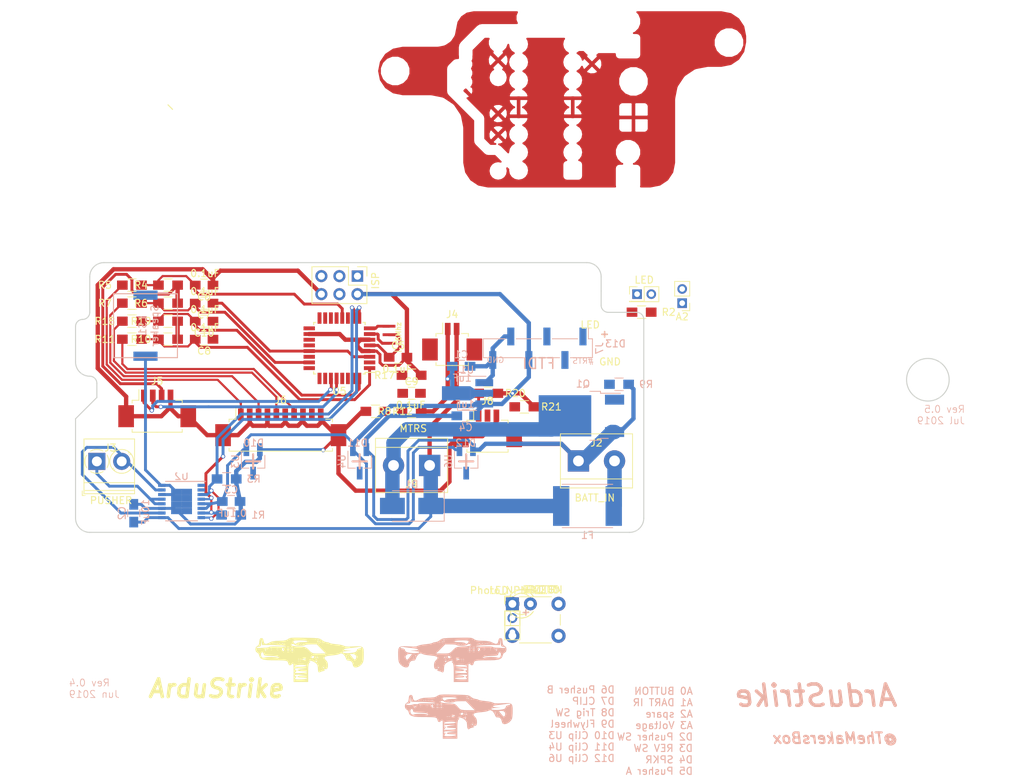
<source format=kicad_pcb>
(kicad_pcb (version 4) (host pcbnew 4.0.6)
  (title_block (date "lun. 30 mars 2015"))
  (layers (0 F.Cu signal) (31 B.Cu signal) (34 B.Paste user) (35 F.Paste user) (36 B.SilkS user) (37 F.SilkS user) (38 B.Mask user) (39 F.Mask user) (44 Edge.Cuts user))
  (net 0 "")
  (net 1 /Reset)
  (net 2 GND)
  (net 3 /A0)
  (net 4 /A1)
  (net 5 /A2)
  (net 6 /A3)
  (net 7 /AREF)
  (net 8 "/A4(SDA)")
  (net 9 "/A5(SCL)")
  (net 10 "/9(**)")
  (net 11 /8)
  (net 12 /7)
  (net 13 "/6(**)")
  (net 14 "/5(**)")
  (net 15 /4)
  (net 16 "/3(**)")
  (net 17 /2)
  (net 18 "/13(SCK)")
  (net 19 "/12(MISO)")
  (net 20 VCC)
  (net 21 "/11(MOSI)")
  (net 22 "/10(SS)")
  (net 23 "Net-(J3-Pad1)")
  (net 24 "Net-(J3-Pad2)")
  (net 25 "/0(Rx)")
  (net 26 "/1(Tx)")
  (net 27 /Vin)
  (net 28 /#RTS)
  (net 29 "Net-(J6-Pad1)")
  (net 30 "Net-(J8-Pad2)")
  (net 31 "Net-(D3-Pad1)")
  (net 32 "Net-(D3-Pad2)")
  (net 33 "Net-(J27-Pad1)")
  (net 34 "Net-(J27-Pad2)")
  (net 35 /A)
  (net 36 /E)
  (net 37 /C)
  (net 38 "Net-(F1-Pad2)")
  (net 39 /BATT)
  (net 40 "Net-(U5-Pad7)")
  (net 41 "Net-(U5-Pad8)")
  (net 42 "Net-(U5-Pad19)")
  (net 43 "Net-(U5-Pad22)")
  (net 44 "Net-(U2-Pad1)")
  (net 45 "Net-(U2-Pad2)")
  (net 46 "Net-(J13-Pad1)")
  (net 47 "Net-(J6-Pad3)")
  (net 48 "Net-(J6-Pad5)")
  (net 49 "Net-(J6-Pad7)")
  (net 50 "Net-(D1-Pad2)")
  (module Pin_Headers:Pin_Header_Straight_1x06_Pitch2.54mm_SMD_Pin1Right (layer B.Cu) (at 196.088 98.425 90)
    (fp_text reference J7 (at 0 8.68 90) (layer B.SilkS) (effects (justify mirror)))
    (fp_text value FTDI)
    (pad 2 smd rect (at -1.655 3.81 90) (size 2.51 1) (layers B.Cu B.Paste B.Mask) (net 26 "/1(Tx)"))
    (pad 4 smd rect (at -1.655 -1.27 90) (size 2.51 1) (layers B.Cu B.Paste B.Mask) (net 20 VCC))
    (pad 6 smd rect (at -1.655 -6.35 90) (size 2.51 1) (layers B.Cu B.Paste B.Mask) (net 2 GND))
    (pad 1 smd rect (at 1.655 6.35 90) (size 2.51 1) (layers B.Cu B.Paste B.Mask) (net 28 /#RTS))
    (pad 3 smd rect (at 1.655 1.27 90) (size 2.51 1) (layers B.Cu B.Paste B.Mask) (net 25 "/0(Rx)"))
    (pad 5 smd rect (at 1.655 -3.81 90) (size 2.51 1) (layers B.Cu B.Paste B.Mask) (net 2 GND))
  )
  (module footprints:SolderWirePad_single_2-5mmDrill (layer F.Cu) (at 195.998 114.619)
    (fp_text reference J14 hide)
    (fp_text value NPTH)
    (pad "" np_thru_hole circle (at 0 0) (size 3 3) (drill 3) (layers *.Cu *.Mask))
  )
  (module footprints:RS_left (layer B.Cu) (at 183.998 141.365 180)
    (fp_text reference G*** hide)
    (fp_text value LOGO hide)
  )
  (module footprints:RS_left (layer F.Cu) (at 163.998 141.365)
    (fp_text reference G*** hide)
    (fp_text value LOGO hide)
  )
  (module footprints:RS_right (layer B.Cu) (at 184.998 149.365 180)
    (fp_text reference G*** hide)
    (fp_text value LOGO hide)
  )
  (module footprints:TerminalBlock_Phoenix_PT-1,5-2-3.5-H_1x02_P3.50mm_Horizontal (layer F.Cu) (at 133.998 114.365)
    (fp_text reference J3 (at 1.905 -1.905) (layer F.SilkS))
    (fp_text value PUSHER (at 2 5.5 180) (layer F.SilkS))
    (pad 1 thru_hole rect (at 0 0) (size 2.4 2.4) (drill 1.4) (layers *.Cu *.Mask) (net 23 "Net-(J3-Pad1)"))
    (pad 2 thru_hole circle (at 3.5 0) (size 2.4 2.4) (drill 1.4) (layers *.Cu *.Mask) (net 24 "Net-(J3-Pad2)"))
  )
  (module Pin_Headers:Pin_Header_Straight_2x03_Pitch2.54mm (layer F.Cu) (at 170.688 88.265 270)
    (fp_text reference CON1 hide)
    (fp_text value ISP (at 0.635 -2.54 270) (layer F.SilkS))
    (pad 1 thru_hole rect (at 0 0 270) (size 1.6 1.6) (drill 1) (layers *.Cu *.Mask) (net 19 "/12(MISO)"))
    (pad 2 thru_hole oval (at 2.54 0 270) (size 1.7 1.7) (drill 1) (layers *.Cu *.Mask) (net 20 VCC))
    (pad 3 thru_hole oval (at 0 2.54 270) (size 1.7 1.7) (drill 1) (layers *.Cu *.Mask) (net 18 "/13(SCK)"))
    (pad 4 thru_hole oval (at 2.54 2.54 270) (size 1.7 1.7) (drill 1) (layers *.Cu *.Mask) (net 21 "/11(MOSI)"))
    (pad 5 thru_hole oval (at 0 5.08 270) (size 1.7 1.7) (drill 1) (layers *.Cu *.Mask) (net 1 /Reset))
    (pad 6 thru_hole oval (at 2.54 5.08 270) (size 1.7 1.7) (drill 1) (layers *.Cu *.Mask) (net 2 GND))
  )
  (module footprints:Pin_Header_Straight_1x02_Pitch2.00mm (layer F.Cu) (at 216.408 92.075 180)
    (fp_text reference J11 hide)
    (fp_text value A2 (at 0 -1.905 180) (layer F.SilkS))
    (pad 1 thru_hole rect (at 0 0 180) (size 1.35 1.35) (drill 0.8) (layers *.Cu *.Mask) (net 5 /A2))
    (pad 2 thru_hole oval (at 0 2 180) (size 1.35 1.35) (drill 0.8) (layers *.Cu *.Mask) (net 2 GND))
  )
  (module footprints:TerminalBlock_bornier-2_P5.08mm (layer F.Cu) (at 201.803 114.3)
    (fp_text reference J2 (at 2.54 -2.54) (layer F.SilkS))
    (fp_text value BATT_IN (at 2.3 5.2) (layer F.SilkS))
    (pad 1 thru_hole rect (at 0 0) (size 3 3) (drill 1.52) (layers *.Cu *.Mask) (net 2 GND))
    (pad 2 thru_hole circle (at 5.08 0) (size 3 3) (drill 1.52) (layers *.Cu *.Mask) (net 38 "Net-(F1-Pad2)"))
  )
  (module footprints:TerminalBlock_bornier-2_P5.08mm (layer F.Cu) (at 180.848 114.935 180)
    (fp_text reference J9 (at 2.54 -2.54 180) (layer F.SilkS))
    (fp_text value MTRS (at 2.3 5.2 180) (layer F.SilkS))
    (pad 1 thru_hole rect (at 0 0 180) (size 3 3) (drill 1.52) (layers *.Cu *.Mask) (net 39 /BATT))
    (pad 2 thru_hole circle (at 5.08 0 180) (size 3 3) (drill 1.52) (layers *.Cu *.Mask) (net 50 "Net-(D1-Pad2)"))
  )
  (module footprints:C_0805_HandSoldering (layer B.Cu) (at 185.293 100.965)
    (fp_text reference C1 (at 0 -1.651) (layer B.SilkS) (effects (justify mirror)))
    (fp_text value 1uF (at 0.127 1.651) (layer B.SilkS) (effects (justify mirror)))
    (pad 1 smd rect (at -1.25 0) (size 1.5 1.25) (layers B.Cu B.Paste B.Mask) (net 27 /Vin))
    (pad 2 smd rect (at 1.25 0) (size 1.5 1.25) (layers B.Cu B.Paste B.Mask) (net 2 GND))
  )
  (module footprints:C_0805_HandSoldering (layer B.Cu) (at 139.192 121.666 90)
    (fp_text reference C2 (at 0 -1.651 90) (layer B.SilkS) (effects (justify mirror)))
    (fp_text value 10uF (at 0.127 1.651 90) (layer B.SilkS) (effects (justify mirror)))
    (pad 1 smd rect (at -1.25 0 90) (size 1.5 1.25) (layers B.Cu B.Paste B.Mask) (net 39 /BATT))
    (pad 2 smd rect (at 1.25 0 90) (size 1.5 1.25) (layers B.Cu B.Paste B.Mask) (net 2 GND))
  )
  (module footprints:C_0805_HandSoldering (layer B.Cu) (at 152.908 120.015)
    (fp_text reference C3 (at 0 -1.651) (layer B.SilkS) (effects (justify mirror)))
    (fp_text value 0.1uF (at 0.127 1.651) (layer B.SilkS) (effects (justify mirror)))
    (pad 1 smd rect (at -1.25 0) (size 1.5 1.25) (layers B.Cu B.Paste B.Mask) (net 20 VCC))
    (pad 2 smd rect (at 1.25 0) (size 1.5 1.25) (layers B.Cu B.Paste B.Mask) (net 2 GND))
  )
  (module footprints:C_0805_HandSoldering (layer B.Cu) (at 185.928 107.95 180)
    (fp_text reference C4 (at 0 -1.651 180) (layer B.SilkS) (effects (justify mirror)))
    (fp_text value 1uF (at 0.127 1.651 180) (layer B.SilkS) (effects (justify mirror)))
    (pad 1 smd rect (at -1.25 0 180) (size 1.5 1.25) (layers B.Cu B.Paste B.Mask) (net 20 VCC))
    (pad 2 smd rect (at 1.25 0 180) (size 1.5 1.25) (layers B.Cu B.Paste B.Mask) (net 2 GND))
  )
  (module footprints:C_0805_HandSoldering (layer F.Cu) (at 176.403 99.695 180)
    (fp_text reference C5 (at 0 1.651 180) (layer F.SilkS))
    (fp_text value 0.1uF (at 0.127 -1.651 180) (layer F.SilkS))
    (pad 1 smd rect (at -1.25 0 180) (size 1.5 1.25) (layers F.Cu F.Paste F.Mask) (net 20 VCC))
    (pad 2 smd rect (at 1.25 0 180) (size 1.5 1.25) (layers F.Cu F.Paste F.Mask) (net 2 GND))
  )
  (module footprints:C_0805_HandSoldering (layer F.Cu) (at 149.098 89.535)
    (fp_text reference C6 (at 0 1.651) (layer F.SilkS))
    (fp_text value 0.1uF (at 0.127 -1.651) (layer F.SilkS))
    (pad 1 smd rect (at -1.25 0) (size 1.5 1.25) (layers F.Cu F.Paste F.Mask) (net 11 /8))
    (pad 2 smd rect (at 1.25 0) (size 1.5 1.25) (layers F.Cu F.Paste F.Mask) (net 2 GND))
  )
  (module footprints:C_0805_HandSoldering (layer F.Cu) (at 149.098 92.075)
    (fp_text reference C7 (at 0 1.651) (layer F.SilkS))
    (fp_text value 0.1uF (at 0.127 -1.651) (layer F.SilkS))
    (pad 1 smd rect (at -1.25 0) (size 1.5 1.25) (layers F.Cu F.Paste F.Mask) (net 3 /A0))
    (pad 2 smd rect (at 1.25 0) (size 1.5 1.25) (layers F.Cu F.Paste F.Mask) (net 2 GND))
  )
  (module footprints:C_0805_HandSoldering (layer F.Cu) (at 149.098 97.155)
    (fp_text reference C8 (at 0 1.651) (layer F.SilkS))
    (fp_text value 0.1uF (at 0.127 -1.651) (layer F.SilkS))
    (pad 1 smd rect (at -1.25 0) (size 1.5 1.25) (layers F.Cu F.Paste F.Mask) (net 16 "/3(**)"))
    (pad 2 smd rect (at 1.25 0) (size 1.5 1.25) (layers F.Cu F.Paste F.Mask) (net 2 GND))
  )
  (module footprints:C_0805_HandSoldering (layer F.Cu) (at 178.308 104.775 180)
    (fp_text reference C9 (at 0 1.651 180) (layer F.SilkS))
    (fp_text value 0.1uF (at 0.127 -1.651 180) (layer F.SilkS))
    (pad 1 smd rect (at -1.25 0 180) (size 1.5 1.25) (layers F.Cu F.Paste F.Mask) (net 28 /#RTS))
    (pad 2 smd rect (at 1.25 0 180) (size 1.5 1.25) (layers F.Cu F.Paste F.Mask) (net 1 /Reset))
  )
  (module footprints:C_0805_HandSoldering (layer F.Cu) (at 149.098 94.615)
    (fp_text reference C10 (at 0 1.651) (layer F.SilkS))
    (fp_text value 0.1uF (at 0.127 -1.651) (layer F.SilkS))
    (pad 1 smd rect (at -1.25 0) (size 1.5 1.25) (layers F.Cu F.Paste F.Mask) (net 17 /2))
    (pad 2 smd rect (at 1.25 0) (size 1.5 1.25) (layers F.Cu F.Paste F.Mask) (net 2 GND))
  )
  (module footprints:R_0805_HandSoldering (layer B.Cu) (at 152.908 121.92 180)
    (fp_text reference R1 (at -3.81 0 180) (layer B.SilkS) (effects (justify mirror)))
    (fp_text value 10K)
    (pad 1 smd rect (at -1.35 0 180) (size 1.5 1.3) (layers B.Cu B.Paste B.Mask) (net 2 GND))
    (pad 2 smd rect (at 1.35 0 180) (size 1.5 1.3) (layers B.Cu B.Paste B.Mask) (net 14 "/5(**)"))
  )
  (module footprints:R_0805_HandSoldering (layer F.Cu) (at 210.693 93.345 180)
    (fp_text reference R2 (at -3.81 0 180) (layer F.SilkS))
    (fp_text value 1K)
    (pad 1 smd rect (at -1.35 0 180) (size 1.5 1.3) (layers F.Cu F.Paste F.Mask) (net 18 "/13(SCK)"))
    (pad 2 smd rect (at 1.35 0 180) (size 1.5 1.3) (layers F.Cu F.Paste F.Mask) (net 46 "Net-(J13-Pad1)"))
  )
  (module footprints:R_0805_HandSoldering (layer B.Cu) (at 152.273 116.84 180)
    (fp_text reference R3 (at -3.81 0 180) (layer B.SilkS) (effects (justify mirror)))
    (fp_text value 10K)
    (pad 1 smd rect (at -1.35 0 180) (size 1.5 1.3) (layers B.Cu B.Paste B.Mask) (net 2 GND))
    (pad 2 smd rect (at 1.35 0 180) (size 1.5 1.3) (layers B.Cu B.Paste B.Mask) (net 13 "/6(**)"))
  )
  (module footprints:R_0805_HandSoldering (layer F.Cu) (at 144.018 89.535)
    (fp_text reference R4 (at -3.81 0) (layer F.SilkS))
    (fp_text value 10K)
    (pad 1 smd rect (at -1.35 0) (size 1.5 1.3) (layers F.Cu F.Paste F.Mask) (net 11 /8))
    (pad 2 smd rect (at 1.35 0) (size 1.5 1.3) (layers F.Cu F.Paste F.Mask) (net 20 VCC))
  )
  (module footprints:R_0805_HandSoldering (layer F.Cu) (at 138.938 89.535)
    (fp_text reference R5 (at -3.81 0) (layer F.SilkS))
    (fp_text value 1K)
    (pad 1 smd rect (at -1.35 0) (size 1.5 1.3) (layers F.Cu F.Paste F.Mask) (net 29 "Net-(J6-Pad1)"))
    (pad 2 smd rect (at 1.35 0) (size 1.5 1.3) (layers F.Cu F.Paste F.Mask) (net 11 /8))
  )
  (module footprints:R_0805_HandSoldering (layer F.Cu) (at 144.018 92.075)
    (fp_text reference R6 (at -3.81 0) (layer F.SilkS))
    (fp_text value 10K)
    (pad 1 smd rect (at -1.35 0) (size 1.5 1.3) (layers F.Cu F.Paste F.Mask) (net 3 /A0))
    (pad 2 smd rect (at 1.35 0) (size 1.5 1.3) (layers F.Cu F.Paste F.Mask) (net 20 VCC))
  )
  (module footprints:R_0805_HandSoldering (layer F.Cu) (at 138.938 92.075)
    (fp_text reference R7 (at -3.81 0) (layer F.SilkS))
    (fp_text value 1K)
    (pad 1 smd rect (at -1.35 0) (size 1.5 1.3) (layers F.Cu F.Paste F.Mask) (net 47 "Net-(J6-Pad3)"))
    (pad 2 smd rect (at 1.35 0) (size 1.5 1.3) (layers F.Cu F.Paste F.Mask) (net 3 /A0))
  )
  (module footprints:R_0805_HandSoldering (layer F.Cu) (at 178.308 107.315)
    (fp_text reference R8 (at -3.81 0) (layer F.SilkS))
    (fp_text value "100K 1%")
    (pad 1 smd rect (at -1.35 0) (size 1.5 1.3) (layers F.Cu F.Paste F.Mask) (net 6 /A3))
    (pad 2 smd rect (at 1.35 0) (size 1.5 1.3) (layers F.Cu F.Paste F.Mask) (net 27 /Vin))
  )
  (module footprints:R_0805_HandSoldering (layer B.Cu) (at 207.518 103.505 180)
    (fp_text reference R9 (at -3.81 0 180) (layer B.SilkS) (effects (justify mirror)))
    (fp_text value 10K)
    (pad 1 smd rect (at -1.35 0 180) (size 1.5 1.3) (layers B.Cu B.Paste B.Mask) (net 2 GND))
    (pad 2 smd rect (at 1.35 0 180) (size 1.5 1.3) (layers B.Cu B.Paste B.Mask) (net 10 "/9(**)"))
  )
  (module footprints:R_0805_HandSoldering (layer F.Cu) (at 144.018 97.155)
    (fp_text reference R10 (at -3.81 0) (layer F.SilkS))
    (fp_text value 10K)
    (pad 1 smd rect (at -1.35 0) (size 1.5 1.3) (layers F.Cu F.Paste F.Mask) (net 16 "/3(**)"))
    (pad 2 smd rect (at 1.35 0) (size 1.5 1.3) (layers F.Cu F.Paste F.Mask) (net 20 VCC))
  )
  (module footprints:R_0805_HandSoldering (layer F.Cu) (at 138.938 97.155)
    (fp_text reference R11 (at -3.81 0) (layer F.SilkS))
    (fp_text value 1K)
    (pad 1 smd rect (at -1.35 0) (size 1.5 1.3) (layers F.Cu F.Paste F.Mask) (net 49 "Net-(J6-Pad7)"))
    (pad 2 smd rect (at 1.35 0) (size 1.5 1.3) (layers F.Cu F.Paste F.Mask) (net 16 "/3(**)"))
  )
  (module footprints:R_0805_HandSoldering (layer F.Cu) (at 173.228 107.315 180)
    (fp_text reference R12 (at -3.81 0 180) (layer F.SilkS))
    (fp_text value "10K 1%")
    (pad 1 smd rect (at -1.35 0 180) (size 1.5 1.3) (layers F.Cu F.Paste F.Mask) (net 6 /A3))
    (pad 2 smd rect (at 1.35 0 180) (size 1.5 1.3) (layers F.Cu F.Paste F.Mask) (net 2 GND))
  )
  (module footprints:R_0805_HandSoldering (layer F.Cu) (at 178.308 102.235)
    (fp_text reference R17 (at -3.81 0) (layer F.SilkS))
    (fp_text value 10K)
    (pad 1 smd rect (at -1.35 0) (size 1.5 1.3) (layers F.Cu F.Paste F.Mask) (net 1 /Reset))
    (pad 2 smd rect (at 1.35 0) (size 1.5 1.3) (layers F.Cu F.Paste F.Mask) (net 20 VCC))
  )
  (module footprints:R_0805_HandSoldering (layer F.Cu) (at 138.938 94.615)
    (fp_text reference R18 (at -3.81 0) (layer F.SilkS))
    (fp_text value 1K)
    (pad 1 smd rect (at -1.35 0) (size 1.5 1.3) (layers F.Cu F.Paste F.Mask) (net 48 "Net-(J6-Pad5)"))
    (pad 2 smd rect (at 1.35 0) (size 1.5 1.3) (layers F.Cu F.Paste F.Mask) (net 17 /2))
  )
  (module footprints:R_0805_HandSoldering (layer F.Cu) (at 144.018 94.615)
    (fp_text reference R19 (at -3.81 0) (layer F.SilkS))
    (fp_text value 10K)
    (pad 1 smd rect (at -1.35 0) (size 1.5 1.3) (layers F.Cu F.Paste F.Mask) (net 17 /2))
    (pad 2 smd rect (at 1.35 0) (size 1.5 1.3) (layers F.Cu F.Paste F.Mask) (net 20 VCC))
  )
  (module footprints:R_0805_HandSoldering (layer F.Cu) (at 189.103 104.775 180)
    (fp_text reference R20 (at -3.81 0 180) (layer F.SilkS))
    (fp_text value 10K)
    (pad 1 smd rect (at -1.35 0 180) (size 1.5 1.3) (layers F.Cu F.Paste F.Mask) (net 20 VCC))
    (pad 2 smd rect (at 1.35 0 180) (size 1.5 1.3) (layers F.Cu F.Paste F.Mask) (net 4 /A1))
  )
  (module footprints:R_0805_HandSoldering (layer F.Cu) (at 194.183 106.68 180)
    (fp_text reference R21 (at -3.81 0 180) (layer F.SilkS))
    (fp_text value 100)
    (pad 1 smd rect (at -1.35 0 180) (size 1.5 1.3) (layers F.Cu F.Paste F.Mask) (net 20 VCC))
    (pad 2 smd rect (at 1.35 0 180) (size 1.5 1.3) (layers F.Cu F.Paste F.Mask) (net 30 "Net-(J8-Pad2)"))
  )
  (module TO_SOT_Packages_SMD:SOT-89-3_Handsoldering (layer B.Cu) (at 186.563 104.775 180)
    (fp_text reference U1 (at 0.45 3.3 180) (layer B.SilkS) (effects (justify mirror)))
    (fp_text value MCP1702)
    (pad 1 smd rect (at -1.98 1.5 270) (size 1 2.5) (layers B.Cu B.Paste B.Mask) (net 2 GND))
    (pad 2 smd rect (at -1.98 0 270) (size 1 2.5) (layers B.Cu B.Paste B.Mask) (net 27 /Vin))
    (pad 3 smd rect (at -1.98 -1.5 270) (size 1 2.5) (layers B.Cu B.Paste B.Mask) (net 20 VCC))
    (pad 2 smd rect (at 1.98 0 270) (size 2 4) (layers B.Cu B.Paste B.Mask) (net 27 /Vin))
    (pad 2 smd trapezoid (at -0.37 0 90) (size 1.5 0.75) (rect_delta 0 -0.5) (layers B.Cu B.Paste B.Mask) (net 27 /Vin))
  )
  (module TO_SOT_Packages_SMD:SC-59_Handsoldering (layer B.Cu) (at 155.998 114.365 270)
    (fp_text reference U3 (at 0 2.5 270) (layer B.SilkS) (effects (justify mirror)))
    (fp_text value "HALL SENSOR")
    (pad 1 smd rect (at -1.65 0.95 270) (size 1.8 0.8) (layers B.Cu B.Paste B.Mask) (net 20 VCC))
    (pad 2 smd rect (at -1.65 -0.95 270) (size 1.8 0.8) (layers B.Cu B.Paste B.Mask) (net 2 GND))
    (pad 3 smd rect (at 1.65 0 270) (size 1.8 0.8) (layers B.Cu B.Paste B.Mask) (net 22 "/10(SS)"))
  )
  (module TO_SOT_Packages_SMD:SC-59_Handsoldering (layer B.Cu) (at 170.998 114.365 270)
    (fp_text reference U4 (at 0 2.5 270) (layer B.SilkS) (effects (justify mirror)))
    (fp_text value "HALL SENSOR")
    (pad 1 smd rect (at -1.65 0.95 270) (size 1.8 0.8) (layers B.Cu B.Paste B.Mask) (net 20 VCC))
    (pad 2 smd rect (at -1.65 -0.95 270) (size 1.8 0.8) (layers B.Cu B.Paste B.Mask) (net 2 GND))
    (pad 3 smd rect (at 1.65 0 270) (size 1.8 0.8) (layers B.Cu B.Paste B.Mask) (net 21 "/11(MOSI)"))
  )
  (module Housings_QFP:TQFP-32_7x7mm_Pitch0.8mm (layer F.Cu) (at 168.148 98.425 180)
    (fp_text reference U5 (at 0 -6.05 180) (layer F.SilkS))
    (fp_text value ATMEGA328P-AU)
    (pad 1 smd rect (at -4.25 -2.8 180) (size 1.6 0.55) (layers F.Cu F.Paste F.Mask) (net 16 "/3(**)"))
    (pad 2 smd rect (at -4.25 -2 180) (size 1.6 0.55) (layers F.Cu F.Paste F.Mask) (net 15 /4))
    (pad 3 smd rect (at -4.25 -1.2 180) (size 1.6 0.55) (layers F.Cu F.Paste F.Mask) (net 2 GND))
    (pad 4 smd rect (at -4.25 -0.4 180) (size 1.6 0.55) (layers F.Cu F.Paste F.Mask) (net 20 VCC))
    (pad 5 smd rect (at -4.25 0.4 180) (size 1.6 0.55) (layers F.Cu F.Paste F.Mask) (net 2 GND))
    (pad 6 smd rect (at -4.25 1.2 180) (size 1.6 0.55) (layers F.Cu F.Paste F.Mask) (net 20 VCC))
    (pad 7 smd rect (at -4.25 2 180) (size 1.6 0.55) (layers F.Cu F.Paste F.Mask) (net 40 "Net-(U5-Pad7)"))
    (pad 8 smd rect (at -4.25 2.8 180) (size 1.6 0.55) (layers F.Cu F.Paste F.Mask) (net 41 "Net-(U5-Pad8)"))
    (pad 9 smd rect (at -2.8 4.25 270) (size 1.6 0.55) (layers F.Cu F.Paste F.Mask) (net 14 "/5(**)"))
    (pad 10 smd rect (at -2 4.25 270) (size 1.6 0.55) (layers F.Cu F.Paste F.Mask) (net 13 "/6(**)"))
    (pad 11 smd rect (at -1.2 4.25 270) (size 1.6 0.55) (layers F.Cu F.Paste F.Mask) (net 12 /7))
    (pad 12 smd rect (at -0.4 4.25 270) (size 1.6 0.55) (layers F.Cu F.Paste F.Mask) (net 11 /8))
    (pad 13 smd rect (at 0.4 4.25 270) (size 1.6 0.55) (layers F.Cu F.Paste F.Mask) (net 10 "/9(**)"))
    (pad 14 smd rect (at 1.2 4.25 270) (size 1.6 0.55) (layers F.Cu F.Paste F.Mask) (net 22 "/10(SS)"))
    (pad 15 smd rect (at 2 4.25 270) (size 1.6 0.55) (layers F.Cu F.Paste F.Mask) (net 21 "/11(MOSI)"))
    (pad 16 smd rect (at 2.8 4.25 270) (size 1.6 0.55) (layers F.Cu F.Paste F.Mask) (net 19 "/12(MISO)"))
    (pad 17 smd rect (at 4.25 2.8 180) (size 1.6 0.55) (layers F.Cu F.Paste F.Mask) (net 18 "/13(SCK)"))
    (pad 18 smd rect (at 4.25 2 180) (size 1.6 0.55) (layers F.Cu F.Paste F.Mask) (net 20 VCC))
    (pad 19 smd rect (at 4.25 1.2 180) (size 1.6 0.55) (layers F.Cu F.Paste F.Mask) (net 42 "Net-(U5-Pad19)"))
    (pad 20 smd rect (at 4.25 0.4 180) (size 1.6 0.55) (layers F.Cu F.Paste F.Mask) (net 7 /AREF))
    (pad 21 smd rect (at 4.25 -0.4 180) (size 1.6 0.55) (layers F.Cu F.Paste F.Mask) (net 2 GND))
    (pad 22 smd rect (at 4.25 -1.2 180) (size 1.6 0.55) (layers F.Cu F.Paste F.Mask) (net 43 "Net-(U5-Pad22)"))
    (pad 23 smd rect (at 4.25 -2 180) (size 1.6 0.55) (layers F.Cu F.Paste F.Mask) (net 3 /A0))
    (pad 24 smd rect (at 4.25 -2.8 180) (size 1.6 0.55) (layers F.Cu F.Paste F.Mask) (net 4 /A1))
    (pad 25 smd rect (at 2.8 -4.25 270) (size 1.6 0.55) (layers F.Cu F.Paste F.Mask) (net 5 /A2))
    (pad 26 smd rect (at 2 -4.25 270) (size 1.6 0.55) (layers F.Cu F.Paste F.Mask) (net 6 /A3))
    (pad 27 smd rect (at 1.2 -4.25 270) (size 1.6 0.55) (layers F.Cu F.Paste F.Mask) (net 8 "/A4(SDA)"))
    (pad 28 smd rect (at 0.4 -4.25 270) (size 1.6 0.55) (layers F.Cu F.Paste F.Mask) (net 9 "/A5(SCL)"))
    (pad 29 smd rect (at -0.4 -4.25 270) (size 1.6 0.55) (layers F.Cu F.Paste F.Mask) (net 1 /Reset))
    (pad 30 smd rect (at -1.2 -4.25 270) (size 1.6 0.55) (layers F.Cu F.Paste F.Mask) (net 25 "/0(Rx)"))
    (pad 31 smd rect (at -2 -4.25 270) (size 1.6 0.55) (layers F.Cu F.Paste F.Mask) (net 26 "/1(Tx)"))
    (pad 32 smd rect (at -2.8 -4.25 270) (size 1.6 0.55) (layers F.Cu F.Paste F.Mask) (net 17 /2))
  )
  (module TO_SOT_Packages_SMD:SC-59_Handsoldering (layer B.Cu) (at 185.998 114.365 270)
    (fp_text reference U6 (at 0 2.5 270) (layer B.SilkS) (effects (justify mirror)))
    (fp_text value "HALL SENSOR")
    (pad 1 smd rect (at -1.65 0.95 270) (size 1.8 0.8) (layers B.Cu B.Paste B.Mask) (net 20 VCC))
    (pad 2 smd rect (at -1.65 -0.95 270) (size 1.8 0.8) (layers B.Cu B.Paste B.Mask) (net 2 GND))
    (pad 3 smd rect (at 1.65 0 270) (size 1.8 0.8) (layers B.Cu B.Paste B.Mask) (net 19 "/12(MISO)"))
  )
  (module footprints:Resonator_SMD_CTSC_1.3mmx3.2mm (layer F.Cu) (at 175.133 96.52 270)
    (fp_text reference Y1 hide)
    (fp_text value 16Mhz (at -0.089803 -1.347038 270) (layer F.SilkS) (effects (font (size 0.7 0.7))))
    (pad 1 smd rect (at -1.2 0 270) (size 0.4 1.8) (layers F.Cu F.Paste F.Mask) (net 41 "Net-(U5-Pad8)"))
    (pad 2 smd rect (at 0 0 270) (size 0.4 1.8) (layers F.Cu F.Paste F.Mask) (net 2 GND))
    (pad 3 smd rect (at 1.2 0 270) (size 0.4 1.8) (layers F.Cu F.Paste F.Mask) (net 40 "Net-(U5-Pad7)"))
  )
  (module Fuse_Holders_and_Fuses:Fuse_SMD2920 (layer B.Cu) (at 203.073 120.65)
    (fp_text reference F1 (at 0 4.13) (layer B.SilkS) (effects (justify mirror)))
    (fp_text value PTC)
    (pad 1 smd rect (at -3.7 0 270) (size 5.6 2.3) (layers B.Cu B.Paste B.Mask) (net 39 /BATT))
    (pad 2 smd rect (at 3.7 0 270) (size 5.6 2.3) (layers B.Cu B.Paste B.Mask) (net 38 "Net-(F1-Pad2)"))
  )
  (module footprints:TO-252-2_hand_soldering (layer B.Cu) (at 202.438 107.95 180)
    (fp_text reference Q1 (at 0 4.5 180) (layer B.SilkS) (effects (justify mirror)))
    (fp_text value IRLB8721)
    (pad 1 smd rect (at -4.45 2.28 180) (size 2.7 1.4) (layers B.Cu B.Paste B.Mask) (net 10 "/9(**)"))
    (pad 3 smd rect (at -4.45 -2.28 180) (size 2.7 1.4) (layers B.Cu B.Paste B.Mask) (net 2 GND))
    (pad 2 smd rect (at 2.532 0 180) (size 7.4 5.8) (layers B.Cu B.Mask) (net 50 "Net-(D1-Pad2)"))
  )
  (module Diodes_SMD:D_SMB_Handsoldering (layer B.Cu) (at 178.308 120.65 180)
    (fp_text reference D1 (at 0 3 180) (layer B.SilkS) (effects (justify mirror)))
    (fp_text value KICKBACK)
    (pad 1 smd rect (at -2.7 0 180) (size 3.5 2.3) (layers B.Cu B.Paste B.Mask) (net 39 /BATT))
    (pad 2 smd rect (at 2.7 0 180) (size 3.5 2.3) (layers B.Cu B.Paste B.Mask) (net 50 "Net-(D1-Pad2)"))
  )
  (module Connectors_Molex:Molex_PicoBlade_53261-0471_04x1.25mm_Angled (layer F.Cu) (at 142.494 106.553)
    (fp_text reference J5 (at 0 -3.5) (layer F.SilkS))
    (fp_text value I2C)
    (pad 1 smd rect (at -1.875 -1.45) (size 0.8 1.7) (layers F.Cu F.Paste F.Mask) (net 8 "/A4(SDA)"))
    (pad 2 smd rect (at -0.625 -1.45) (size 0.8 1.7) (layers F.Cu F.Paste F.Mask) (net 9 "/A5(SCL)"))
    (pad 3 smd rect (at 0.625 -1.45) (size 0.8 1.7) (layers F.Cu F.Paste F.Mask) (net 20 VCC))
    (pad 4 smd rect (at 1.875 -1.45) (size 0.8 1.7) (layers F.Cu F.Paste F.Mask) (net 2 GND))
    (pad 4 smd rect (at -4.375 1.45) (size 2.2 3.1) (layers F.Cu F.Paste F.Mask) (net 2 GND))
    (pad 4 smd rect (at 4.375 1.45) (size 2.2 3.1) (layers F.Cu F.Paste F.Mask) (net 2 GND))
  )
  (module Housings_SSOP:TSSOP-16-1EP_4.4x5mm_Pitch0.65mm (layer B.Cu) (at 145.923 120.015 180)
    (fp_text reference U2 (at 0 3.55 180) (layer B.SilkS) (effects (justify mirror)))
    (fp_text value TC78H611FNG)
    (pad 1 smd rect (at -2.775 2.275 180) (size 1.05 0.45) (layers B.Cu B.Paste B.Mask) (net 44 "Net-(U2-Pad1)"))
    (pad 2 smd rect (at -2.775 1.625 180) (size 1.05 0.45) (layers B.Cu B.Paste B.Mask) (net 45 "Net-(U2-Pad2)"))
    (pad 3 smd rect (at -2.775 0.975 180) (size 1.05 0.45) (layers B.Cu B.Paste B.Mask) (net 13 "/6(**)"))
    (pad 4 smd rect (at -2.775 0.325 180) (size 1.05 0.45) (layers B.Cu B.Paste B.Mask) (net 14 "/5(**)"))
    (pad 5 smd rect (at -2.775 -0.325 180) (size 1.05 0.45) (layers B.Cu B.Paste B.Mask) (net 20 VCC))
    (pad 6 smd rect (at -2.775 -0.975 180) (size 1.05 0.45) (layers B.Cu B.Paste B.Mask) (net 20 VCC))
    (pad 7 smd rect (at -2.775 -1.625 180) (size 1.05 0.45) (layers B.Cu B.Paste B.Mask) (net 14 "/5(**)"))
    (pad 8 smd rect (at -2.775 -2.275 180) (size 1.05 0.45) (layers B.Cu B.Paste B.Mask) (net 13 "/6(**)"))
    (pad 9 smd rect (at 2.775 -2.275 180) (size 1.05 0.45) (layers B.Cu B.Paste B.Mask) (net 39 /BATT))
    (pad 10 smd rect (at 2.775 -1.625 180) (size 1.05 0.45) (layers B.Cu B.Paste B.Mask) (net 24 "Net-(J3-Pad2)"))
    (pad 11 smd rect (at 2.775 -0.975 180) (size 1.05 0.45) (layers B.Cu B.Paste B.Mask) (net 2 GND))
    (pad 12 smd rect (at 2.775 -0.325 180) (size 1.05 0.45) (layers B.Cu B.Paste B.Mask) (net 23 "Net-(J3-Pad1)"))
    (pad 13 smd rect (at 2.775 0.325 180) (size 1.05 0.45) (layers B.Cu B.Paste B.Mask) (net 23 "Net-(J3-Pad1)"))
    (pad 14 smd rect (at 2.775 0.975 180) (size 1.05 0.45) (layers B.Cu B.Paste B.Mask) (net 2 GND))
    (pad 15 smd rect (at 2.775 1.625 180) (size 1.05 0.45) (layers B.Cu B.Paste B.Mask) (net 24 "Net-(J3-Pad2)"))
    (pad 16 smd rect (at 2.775 2.275 180) (size 1.05 0.45) (layers B.Cu B.Paste B.Mask) (net 2 GND))
    (pad 16 smd rect (at 0.735 -1.3425 180) (size 1.47 0.895) (layers B.Cu B.Paste B.Mask) (net 2 GND))
    (pad 16 smd rect (at 0.735 -0.4475 180) (size 1.47 0.895) (layers B.Cu B.Paste B.Mask) (net 2 GND))
    (pad 16 smd rect (at 0.735 0.4475 180) (size 1.47 0.895) (layers B.Cu B.Paste B.Mask) (net 2 GND))
    (pad 16 smd rect (at 0.735 1.3425 180) (size 1.47 0.895) (layers B.Cu B.Paste B.Mask) (net 2 GND))
    (pad 16 smd rect (at -0.735 -1.3425 180) (size 1.47 0.895) (layers B.Cu B.Paste B.Mask) (net 2 GND))
    (pad 16 smd rect (at -0.735 -0.4475 180) (size 1.47 0.895) (layers B.Cu B.Paste B.Mask) (net 2 GND))
    (pad 16 smd rect (at -0.735 0.4475 180) (size 1.47 0.895) (layers B.Cu B.Paste B.Mask) (net 2 GND))
    (pad 16 smd rect (at -0.735 1.3425 180) (size 1.47 0.895) (layers B.Cu B.Paste B.Mask) (net 2 GND))
  )
  (module Connectors_Molex:Molex_PicoBlade_53261-0271_02x1.25mm_Angled (layer F.Cu) (at 184.023 97.155)
    (fp_text reference J4 (at 0 -3.5) (layer F.SilkS))
    (fp_text value JAM)
    (pad 1 smd rect (at -0.625 -1.45) (size 0.8 1.7) (layers F.Cu F.Paste F.Mask) (net 27 /Vin))
    (pad 2 smd rect (at 0.625 -1.45) (size 0.8 1.7) (layers F.Cu F.Paste F.Mask) (net 39 /BATT))
    (pad "" smd rect (at -3.125 1.45) (size 2.2 3.1) (layers F.Cu F.Paste F.Mask))
    (pad "" smd rect (at 3.125 1.45) (size 2.2 3.1) (layers F.Cu F.Paste F.Mask))
  )
  (module footprints:Pin_Header_Straight_2x01_Pitch2.00mm (layer F.Cu) (at 210.058 90.805)
    (fp_text reference J13 hide)
    (fp_text value LED (at 1 -2) (layer F.SilkS))
    (pad 1 thru_hole rect (at 0 0) (size 1.35 1.35) (drill 0.8) (layers *.Cu *.Mask) (net 46 "Net-(J13-Pad1)"))
    (pad 2 thru_hole oval (at 2 0) (size 1.35 1.35) (drill 0.8) (layers *.Cu *.Mask) (net 2 GND))
  )
  (module footprints:SolderWirePad_single_2-5mmDrill (layer F.Cu) (at 145.998 114.619)
    (fp_text reference J14 hide)
    (fp_text value NPTH)
    (pad "" np_thru_hole circle (at 0 0) (size 3 3) (drill 3) (layers *.Cu *.Mask))
  )
  (module footprints:PS1240_piezo (layer B.Cu) (at 140.843 95.25 270)
    (fp_text reference LS1 (at 0 0.4 270) (layer B.SilkS) (effects (justify mirror)))
    (fp_text value Speaker (at 0 -1.3 270) (layer B.SilkS) (effects (justify mirror)))
    (pad 1 smd rect (at -4.3 0 270) (size 1.3 3.4) (layers B.Cu B.Paste B.Mask) (net 15 /4))
    (pad 2 smd rect (at 4.3 0 270) (size 1.3 3.4) (layers B.Cu B.Paste B.Mask) (net 2 GND))
  )
  (module Connectors_Molex:Molex_PicoBlade_53261-0371_03x1.25mm_Angled (layer F.Cu) (at 188.998 109.365)
    (fp_text reference J8 (at 0 -3.5) (layer F.SilkS))
    (fp_text value PHOTO)
    (pad 1 smd rect (at -1.25 -1.45) (size 0.8 1.7) (layers F.Cu F.Paste F.Mask) (net 4 /A1))
    (pad 2 smd rect (at 0 -1.45) (size 0.8 1.7) (layers F.Cu F.Paste F.Mask) (net 30 "Net-(J8-Pad2)"))
    (pad 3 smd rect (at 1.25 -1.45) (size 0.8 1.7) (layers F.Cu F.Paste F.Mask) (net 2 GND))
    (pad 3 smd rect (at -3.75 1.45) (size 2.2 3.1) (layers F.Cu F.Paste F.Mask) (net 2 GND))
    (pad 3 smd rect (at 3.75 1.45) (size 2.2 3.1) (layers F.Cu F.Paste F.Mask) (net 2 GND))
  )
  (module Connectors_Molex:Molex_PicoBlade_53261-1071_10x1.25mm_Angled (layer F.Cu) (at 159.893 109.22)
    (fp_text reference J6 (at 0 -3.5) (layer F.SilkS))
    (fp_text value INPUTS)
    (pad 1 smd rect (at -5.625 -1.45) (size 0.8 1.7) (layers F.Cu F.Paste F.Mask) (net 29 "Net-(J6-Pad1)"))
    (pad 2 smd rect (at -4.375 -1.45) (size 0.8 1.7) (layers F.Cu F.Paste F.Mask) (net 2 GND))
    (pad 3 smd rect (at -3.125 -1.45) (size 0.8 1.7) (layers F.Cu F.Paste F.Mask) (net 47 "Net-(J6-Pad3)"))
    (pad 4 smd rect (at -1.875 -1.45) (size 0.8 1.7) (layers F.Cu F.Paste F.Mask) (net 2 GND))
    (pad 5 smd rect (at -0.625 -1.45) (size 0.8 1.7) (layers F.Cu F.Paste F.Mask) (net 48 "Net-(J6-Pad5)"))
    (pad 6 smd rect (at 0.625 -1.45) (size 0.8 1.7) (layers F.Cu F.Paste F.Mask) (net 2 GND))
    (pad 7 smd rect (at 1.875 -1.45) (size 0.8 1.7) (layers F.Cu F.Paste F.Mask) (net 49 "Net-(J6-Pad7)"))
    (pad 8 smd rect (at 3.125 -1.45) (size 0.8 1.7) (layers F.Cu F.Paste F.Mask) (net 2 GND))
    (pad 9 smd rect (at 4.375 -1.45) (size 0.8 1.7) (layers F.Cu F.Paste F.Mask) (net 12 /7))
    (pad 10 smd rect (at 5.625 -1.45) (size 0.8 1.7) (layers F.Cu F.Paste F.Mask) (net 2 GND))
    (pad 10 smd rect (at -8.125 1.45) (size 2.2 3.1) (layers F.Cu F.Paste F.Mask) (net 2 GND))
    (pad 10 smd rect (at 8.125 1.45) (size 2.2 3.1) (layers F.Cu F.Paste F.Mask) (net 2 GND))
  )
  (module footprints:LED_D3.0mm (layer F.Cu) (at 192.498 134.440001)
    (fp_text reference D3)
    (fp_text value LED (at -1.905 -1.905) (layer F.SilkS))
    (fp_text user + (at 1.905 1.143) (layer B.SilkS) (effects (justify mirror)))
    (fp_text user + (at 1.905 1.143) (layer F.SilkS))
    (pad 1 thru_hole rect (at 0 0) (size 1.8 1.8) (drill 0.9) (layers *.Cu *.Mask) (net 31 "Net-(D3-Pad1)"))
    (pad 2 thru_hole circle (at 2.54 0) (size 1.8 1.8) (drill 0.9) (layers *.Cu *.Mask) (net 32 "Net-(D3-Pad2)"))
  )
  (module footprints:Pin_Header_Straight_1x02_Pitch2.00mm (layer F.Cu) (at 192.498 134.440001)
    (fp_text reference J24 hide)
    (fp_text value TO_IR (at 4.25 -2) (layer F.SilkS))
    (pad 1 thru_hole rect (at 0 0) (size 1.35 1.35) (drill 0.8) (layers *.Cu *.Mask) (net 35 /A))
    (pad 2 thru_hole oval (at 0 2) (size 1.35 1.35) (drill 0.8) (layers *.Cu *.Mask) (net 36 /E))
  )
  (module footprints:Pin_Header_Straight_1x03_Pitch2.00mm (layer F.Cu) (at 192.498 134.440001)
    (fp_text reference J25 hide)
    (fp_text value PHOTO)
    (pad 1 thru_hole rect (at 0 0) (size 1.35 1.35) (drill 0.8) (layers *.Cu *.Mask) (net 37 /C))
    (pad 2 thru_hole oval (at 0 2) (size 1.35 1.35) (drill 0.8) (layers *.Cu *.Mask) (net 35 /A))
    (pad 3 thru_hole oval (at 0 4) (size 1.35 1.35) (drill 0.8) (layers *.Cu *.Mask) (net 36 /E))
  )
  (module footprints:Pin_Header_Straight_1x02_Pitch2.00mm (layer F.Cu) (at 192.498 134.440001)
    (fp_text reference J26 hide)
    (fp_text value IR_LED (at 4.25 -2) (layer F.SilkS))
    (pad 1 thru_hole rect (at 0 0) (size 1.35 1.35) (drill 0.8) (layers *.Cu *.Mask) (net 32 "Net-(D3-Pad2)"))
    (pad 2 thru_hole oval (at 0 2) (size 1.35 1.35) (drill 0.8) (layers *.Cu *.Mask) (net 31 "Net-(D3-Pad1)"))
  )
  (module footprints:Pin_Header_Straight_1x02_Pitch2.00mm (layer F.Cu) (at 192.498 134.440001)
    (fp_text reference J27 hide)
    (fp_text value BUTTON (at 4.25 -2) (layer F.SilkS))
    (pad 1 thru_hole rect (at 0 0) (size 1.35 1.35) (drill 0.8) (layers *.Cu *.Mask) (net 33 "Net-(J27-Pad1)"))
    (pad 2 thru_hole oval (at 0 2) (size 1.35 1.35) (drill 0.8) (layers *.Cu *.Mask) (net 34 "Net-(J27-Pad2)"))
  )
  (module footprints:LED_D3.0mm (layer F.Cu) (at 192.498 134.440001)
    (fp_text reference Q2)
    (fp_text value Photo_NPN (at -1.905 -1.905) (layer F.SilkS))
    (fp_text user + (at 1.905 1.143) (layer B.SilkS) (effects (justify mirror)))
    (fp_text user + (at 1.905 1.143) (layer F.SilkS))
    (pad 1 thru_hole rect (at 0 0) (size 1.8 1.8) (drill 0.9) (layers *.Cu *.Mask) (net 37 /C))
    (pad 2 thru_hole circle (at 2.54 0) (size 1.8 1.8) (drill 0.9) (layers *.Cu *.Mask) (net 36 /E))
  )
  (module footprints:SW_PUSH_6mm (layer F.Cu) (at 192.498 134.440001)
    (fp_text reference SW2 (at 3.25 -2) (layer F.SilkS))
    (fp_text value SW_Push)
    (pad 2 thru_hole circle (at 0 4.5 90) (size 2 2) (drill 1.1) (layers *.Cu *.Mask) (net 33 "Net-(J27-Pad1)"))
    (pad 1 thru_hole circle (at 0 0 90) (size 2 2) (drill 1.1) (layers *.Cu *.Mask) (net 34 "Net-(J27-Pad2)"))
    (pad 2 thru_hole circle (at 6.5 4.5 90) (size 2 2) (drill 1.1) (layers *.Cu *.Mask) (net 33 "Net-(J27-Pad1)"))
    (pad 1 thru_hole circle (at 6.5 0 90) (size 2 2) (drill 1.1) (layers *.Cu *.Mask) (net 34 "Net-(J27-Pad2)"))
  )
  (gr_line (start 184.998 114.365) (end 186.998 114.365) (angle 90) (layer B.SilkS) (width 0.3))
  (gr_line (start 185.998 113.365) (end 185.998 115.365) (angle 90) (layer B.SilkS) (width 0.3))
  (gr_line (start 169.998 114.365) (end 171.998 114.365) (angle 90) (layer B.SilkS) (width 0.3))
  (gr_line (start 170.998 113.365) (end 170.998 115.365) (angle 90) (layer B.SilkS) (width 0.3))
  (gr_line (start 154.998 114.365) (end 156.998 114.365) (angle 90) (layer B.SilkS) (width 0.3))
  (gr_line (start 155.998 113.365) (end 155.998 115.365) (angle 90) (layer B.SilkS) (width 0.3))
  (gr_circle (center 250.998 102.865) (end 253.998 102.865) (layer Edge.Cuts) (width 0.15))
  (gr_line (start 144.018 64.135) (end 144.653 64.77) (angle 90) (layer F.SilkS) (width 0.15))
  (gr_text GND (at 206.248 100.33) (layer F.SilkS) (effects (font (size 1 1))))
  (gr_text "#RTS" (at 202.438 100.203) (layer B.SilkS) (effects (font (size 0.8 0.8) (thickness 0.1)) (justify mirror)))
  (gr_text "Rev 0.5\nJul 2019" (at 256.286 107.823) (layer B.SilkS) (effects (font (size 1 1) (thickness 0.1)) (justify left mirror)))
  (gr_line (start 130.998 122.365) (end 130.998 108.365) (angle 90) (layer Edge.Cuts) (width 0.15))
  (gr_line (start 210.998 122.365) (end 210.998 94.365) (angle 90) (layer Edge.Cuts) (width 0.15))
  (gr_text "D6 Pusher B\nD7 CLIP\nD8 Trig SW\nD9 Flywheel\nD10 Clip U3\nD11 Clip U4\nD12 Clip U6\n" (at 206.998 151.365) (layer B.SilkS) (effects (font (size 1 1)) (justify left mirror)))
  (gr_text LED (at 203.454 95.123) (layer F.SilkS) (effects (font (size 1 1))))
  (gr_text + (at 205.486 96.393) (layer B.SilkS) (effects (font (size 1 1) (thickness 0.2)) (justify mirror)))
  (gr_text + (at 205.486 96.393) (layer F.SilkS) (effects (font (size 1 1) (thickness 0.2))))
  (gr_text ArduStrike (at 140.998 146.365) (layer F.SilkS) (effects (font (size 2.5 2.5) (thickness 0.5) italic) (justify left)))
  (gr_text D13 (at 207.01 97.79) (layer B.SilkS) (effects (font (size 1 1)) (justify mirror)))
  (gr_arc (start 132.998 103.365) (end 132.998 102.365) (angle 90) (layer Edge.Cuts) (width 0.15))
  (gr_line (start 130.998 100.365) (end 130.998 95.365) (angle 90) (layer Edge.Cuts) (width 0.15))
  (gr_arc (start 132.998 122.365) (end 132.998 124.365) (angle 90) (layer Edge.Cuts) (width 0.15))
  (gr_line (start 132.998 124.365) (end 208.998 124.365) (angle 90) (layer Edge.Cuts) (width 0.15))
  (gr_arc (start 208.998 122.365) (end 210.998 122.365) (angle 90) (layer Edge.Cuts) (width 0.15))
  (gr_line (start 204.998 88.365) (end 204.998 90.365) (angle 90) (layer Edge.Cuts) (width 0.15))
  (gr_arc (start 202.998 88.365) (end 202.998 86.365) (angle 90) (layer Edge.Cuts) (width 0.15))
  (gr_line (start 134.998 86.365) (end 202.998 86.365) (angle 90) (layer Edge.Cuts) (width 0.15))
  (gr_line (start 132.998 93.365) (end 132.998 88.365) (angle 90) (layer Edge.Cuts) (width 0.15))
  (gr_arc (start 134.998 88.365) (end 132.998 88.365) (angle 90) (layer Edge.Cuts) (width 0.15))
  (gr_arc (start 131.998 93.365) (end 132.998 93.365) (angle 90) (layer Edge.Cuts) (width 0.15))
  (gr_arc (start 131.998 95.365) (end 130.998 95.365) (angle 90) (layer Edge.Cuts) (width 0.15))
  (gr_arc (start 132.998 100.365) (end 132.998 102.365) (angle 90) (layer Edge.Cuts) (width 0.15))
  (gr_line (start 133.998 103.365) (end 133.998 105.365) (angle 90) (layer Edge.Cuts) (width 0.15))
  (gr_text D12 (at 185.928 111.76) (layer B.SilkS) (effects (font (size 1 1)) (justify mirror)))
  (gr_text D11 (at 170.688 111.76) (layer B.SilkS) (effects (font (size 1 1)) (justify mirror)))
  (gr_text D10 (at 156.083 111.76) (layer B.SilkS) (effects (font (size 1 1)) (justify mirror)))
  (gr_text "A0 BUTTON\nA1 DART IR\nA2 spare\nA3 Voltage\nD2 Pusher SW\nD3 REV SW\nD4 SPKR\nD5 Pusher A" (at 217.998 152.365) (layer B.SilkS) (effects (font (size 1 1)) (justify left mirror)))
  (gr_text FTDI (at 196.215 100.584) (layer B.SilkS) (effects (font (size 1.5 1.5) (thickness 0.2)) (justify mirror)))
  (gr_text GND (at 190.119 100.076) (layer B.SilkS) (effects (font (size 0.8 0.8) (thickness 0.1)) (justify mirror)))
  (gr_text @TheMakersBox (at 237.998 153.365) (layer B.SilkS) (effects (font (size 1.5 1.5) (thickness 0.3) italic) (justify mirror)))
  (gr_text ArduStrike (at 246.998 147.365) (layer B.SilkS) (effects (font (size 3 3) (thickness 0.5) italic) (justify left mirror)))
  (gr_line (start 204.998 90.365) (end 204.998 92.365) (angle 90) (layer Edge.Cuts) (width 0.15))
  (gr_line (start 205.998 93.365) (end 209.998 93.365) (angle 90) (layer Edge.Cuts) (width 0.15))
  (gr_arc (start 209.998 94.365) (end 209.998 93.365) (angle 90) (layer Edge.Cuts) (width 0.15))
  (gr_arc (start 205.998 92.365) (end 205.998 93.365) (angle 90) (layer Edge.Cuts) (width 0.15))
  (gr_line (start 133.998 105.365) (end 130.998 108.365) (angle 90) (layer Edge.Cuts) (width 0.15))
  (gr_text "Rev 0.4\nJun 2019" (at 129.998 146.365) (layer B.SilkS) (effects (font (size 1 1) (thickness 0.1)) (justify right mirror)))
  (segment (start 172.398 98.025) (end 173.59 98.025) (width 0.4064) (layer F.Cu) (net 2))
  (segment (start 173.59 98.025) (end 175.153 99.588) (width 0.4064) (layer F.Cu) (net 2))
  (segment (start 175.153 99.588) (end 175.153 99.695) (width 0.4064) (layer F.Cu) (net 2))
  (segment (start 175.133 96.52) (end 176.149 96.52) (width 0.4064) (layer F.Cu) (net 2))
  (segment (start 176.657 98.298) (end 175.26 99.695) (width 0.4064) (layer F.Cu) (net 2))
  (segment (start 176.657 97.028) (end 176.657 98.298) (width 0.4064) (layer F.Cu) (net 2))
  (segment (start 176.149 96.52) (end 176.657 97.028) (width 0.4064) (layer F.Cu) (net 2))
  (segment (start 175.26 99.695) (end 175.153 99.695) (width 0.4064) (layer F.Cu) (net 2))
  (segment (start 172.398 99.625) (end 170.11 99.625) (width 0.4064) (layer F.Cu) (net 2))
  (segment (start 169.31 98.825) (end 163.898 98.825) (width 0.4064) (layer F.Cu) (net 2))
  (segment (start 170.11 99.625) (end 169.31 98.825) (width 0.4064) (layer F.Cu) (net 2))
  (segment (start 163.898 98.825) (end 158.356582 98.825) (width 0.4064) (layer F.Cu) (net 2))
  (segment (start 151.606582 92.075) (end 150.348 92.075) (width 0.4064) (layer F.Cu) (net 2))
  (segment (start 158.356582 98.825) (end 151.606582 92.075) (width 0.4064) (layer F.Cu) (net 2))
  (segment (start 156.948 112.715) (end 165.801 112.715) (width 0.4064) (layer B.Cu) (net 2))
  (segment (start 165.862 112.776) (end 167.968 110.67) (width 0.4064) (layer F.Cu) (net 2))
  (via (at 165.862 112.776) (size 0.6) (drill 0.4) (layers F.Cu B.Cu) (net 2))
  (segment (start 165.801 112.715) (end 165.862 112.776) (width 0.4064) (layer B.Cu) (net 2))
  (segment (start 167.968 110.67) (end 168.018 110.67) (width 0.4064) (layer F.Cu) (net 2))
  (segment (start 143.148 117.74) (end 143.013 117.74) (width 0.4064) (layer B.Cu) (net 2))
  (segment (start 143.013 117.74) (end 140.843 115.57) (width 0.4064) (layer B.Cu) (net 2))
  (segment (start 140.843 115.57) (end 140.843 99.55) (width 0.4064) (layer B.Cu) (net 2))
  (segment (start 154.258 121.92) (end 154.258 122.376598) (width 0.4064) (layer B.Cu) (net 2))
  (segment (start 154.258 122.376598) (end 153.444598 123.19) (width 0.4064) (layer B.Cu) (net 2))
  (segment (start 147.193 123.19) (end 145.3605 121.3575) (width 0.4064) (layer B.Cu) (net 2))
  (segment (start 153.444598 123.19) (end 147.193 123.19) (width 0.4064) (layer B.Cu) (net 2))
  (segment (start 145.3605 121.3575) (end 145.188 121.3575) (width 0.4064) (layer B.Cu) (net 2))
  (segment (start 143.148 117.74) (end 144.2555 117.74) (width 0.4064) (layer B.Cu) (net 2))
  (segment (start 144.2555 117.74) (end 145.188 118.6725) (width 0.4064) (layer B.Cu) (net 2))
  (segment (start 143.148 119.04) (end 144.6605 119.04) (width 0.4064) (layer B.Cu) (net 2))
  (segment (start 144.6605 119.04) (end 145.188 119.5675) (width 0.4064) (layer B.Cu) (net 2))
  (segment (start 143.148 120.99) (end 144.8205 120.99) (width 0.4064) (layer B.Cu) (net 2))
  (segment (start 144.8205 120.99) (end 145.188 121.3575) (width 0.4064) (layer B.Cu) (net 2))
  (segment (start 143.148 120.99) (end 140.802 120.99) (width 0.4064) (layer B.Cu) (net 2))
  (segment (start 140.228 120.416) (end 139.192 120.416) (width 0.4064) (layer B.Cu) (net 2))
  (segment (start 140.802 120.99) (end 140.228 120.416) (width 0.4064) (layer B.Cu) (net 2))
  (segment (start 186.948 112.715) (end 186.948 112.040202) (width 0.4064) (layer B.Cu) (net 2))
  (segment (start 186.948 112.040202) (end 186.286798 111.379) (width 0.4064) (layer B.Cu) (net 2))
  (segment (start 172.974 113.741) (end 171.948 112.715) (width 0.4064) (layer B.Cu) (net 2))
  (segment (start 172.974 122.047) (end 172.974 113.741) (width 0.4064) (layer B.Cu) (net 2))
  (segment (start 173.482 122.555) (end 172.974 122.047) (width 0.4064) (layer B.Cu) (net 2))
  (segment (start 175.514 122.555) (end 173.482 122.555) (width 0.4064) (layer B.Cu) (net 2))
  (segment (start 177.546 122.555) (end 175.514 122.555) (width 0.4064) (layer B.Cu) (net 2))
  (segment (start 177.8 122.301) (end 177.546 122.555) (width 0.4064) (layer B.Cu) (net 2))
  (segment (start 177.8 120.015) (end 177.8 122.301) (width 0.4064) (layer B.Cu) (net 2))
  (segment (start 177.8 112.903) (end 177.8 120.015) (width 0.4064) (layer B.Cu) (net 2))
  (segment (start 179.324 111.379) (end 177.8 112.903) (width 0.4064) (layer B.Cu) (net 2))
  (segment (start 186.286798 111.379) (end 179.324 111.379) (width 0.4064) (layer B.Cu) (net 2))
  (segment (start 185.248 110.815) (end 184.968 110.815) (width 0.6096) (layer F.Cu) (net 2))
  (segment (start 184.968 110.815) (end 183.642 112.141) (width 0.6096) (layer F.Cu) (net 2))
  (segment (start 168.018 116.075) (end 168.018 110.67) (width 0.6096) (layer F.Cu) (net 2))
  (segment (start 170.434 118.491) (end 168.018 116.075) (width 0.6096) (layer F.Cu) (net 2))
  (segment (start 182.372 118.491) (end 170.434 118.491) (width 0.6096) (layer F.Cu) (net 2))
  (segment (start 183.642 117.221) (end 182.372 118.491) (width 0.6096) (layer F.Cu) (net 2))
  (segment (start 183.642 112.141) (end 183.642 117.221) (width 0.6096) (layer F.Cu) (net 2))
  (segment (start 190.248 107.915) (end 190.248 108.837) (width 0.6096) (layer F.Cu) (net 2))
  (segment (start 188.27 110.815) (end 185.248 110.815) (width 0.6096) (layer F.Cu) (net 2))
  (segment (start 190.248 108.837) (end 188.27 110.815) (width 0.6096) (layer F.Cu) (net 2))
  (segment (start 192.748 110.815) (end 191.968 110.815) (width 0.6096) (layer F.Cu) (net 2))
  (segment (start 191.968 110.815) (end 190.248 109.095) (width 0.6096) (layer F.Cu) (net 2))
  (segment (start 190.248 109.095) (end 190.248 107.915) (width 0.6096) (layer F.Cu) (net 2))
  (segment (start 201.803 114.3) (end 199.39 111.887) (width 0.6096) (layer F.Cu) (net 2))
  (segment (start 199.39 111.887) (end 193.82 111.887) (width 0.6096) (layer F.Cu) (net 2))
  (segment (start 193.82 111.887) (end 192.748 110.815) (width 0.6096) (layer F.Cu) (net 2))
  (segment (start 150.348 89.535) (end 150.348 88.539) (width 0.6096) (layer F.Cu) (net 2))
  (segment (start 162.306 87.503) (end 165.608 90.805) (width 0.6096) (layer F.Cu) (net 2))
  (segment (start 151.384 87.503) (end 162.306 87.503) (width 0.6096) (layer F.Cu) (net 2))
  (segment (start 150.348 88.539) (end 151.384 87.503) (width 0.6096) (layer F.Cu) (net 2))
  (segment (start 138.119 108.003) (end 138.119 105.235006) (width 0.6096) (layer F.Cu) (net 2))
  (segment (start 150.348 88.753) (end 150.348 89.535) (width 0.6096) (layer F.Cu) (net 2))
  (segment (start 148.897998 87.302998) (end 150.348 88.753) (width 0.6096) (layer F.Cu) (net 2))
  (segment (start 136.344002 87.302998) (end 148.897998 87.302998) (width 0.6096) (layer F.Cu) (net 2))
  (segment (start 134.124792 89.522208) (end 136.344002 87.302998) (width 0.6096) (layer F.Cu) (net 2))
  (segment (start 134.124792 101.240798) (end 134.124792 89.522208) (width 0.6096) (layer F.Cu) (net 2))
  (segment (start 138.119 105.235006) (end 134.124792 101.240798) (width 0.6096) (layer F.Cu) (net 2))
  (segment (start 138.119 108.003) (end 143.076 108.003) (width 0.6096) (layer F.Cu) (net 2))
  (segment (start 143.076 108.003) (end 144.369 106.71) (width 0.6096) (layer F.Cu) (net 2))
  (segment (start 146.869 108.003) (end 145.468 108.003) (width 0.6096) (layer F.Cu) (net 2))
  (segment (start 144.369 106.904) (end 144.369 106.71) (width 0.6096) (layer F.Cu) (net 2))
  (segment (start 144.369 106.71) (end 144.369 105.103) (width 0.6096) (layer F.Cu) (net 2))
  (segment (start 145.468 108.003) (end 144.369 106.904) (width 0.6096) (layer F.Cu) (net 2))
  (segment (start 151.768 110.67) (end 149.536 110.67) (width 0.6096) (layer F.Cu) (net 2))
  (segment (start 149.536 110.67) (end 146.869 108.003) (width 0.6096) (layer F.Cu) (net 2))
  (segment (start 155.518 107.77) (end 155.518 109.023) (width 0.6096) (layer F.Cu) (net 2))
  (segment (start 153.871 110.67) (end 151.768 110.67) (width 0.6096) (layer F.Cu) (net 2))
  (segment (start 155.518 109.023) (end 153.871 110.67) (width 0.6096) (layer F.Cu) (net 2))
  (segment (start 171.878 107.315) (end 171.373 107.315) (width 0.6096) (layer F.Cu) (net 2))
  (segment (start 171.373 107.315) (end 168.018 110.67) (width 0.6096) (layer F.Cu) (net 2))
  (segment (start 165.518 107.77) (end 165.518 108.495) (width 0.6096) (layer F.Cu) (net 2))
  (segment (start 165.518 108.495) (end 167.693 110.67) (width 0.6096) (layer F.Cu) (net 2))
  (segment (start 167.693 110.67) (end 168.018 110.67) (width 0.6096) (layer F.Cu) (net 2))
  (segment (start 158.018 107.77) (end 158.018 109.063) (width 0.6096) (layer F.Cu) (net 2))
  (segment (start 155.518 108.909) (end 155.518 107.77) (width 0.6096) (layer F.Cu) (net 2))
  (segment (start 155.956 109.347) (end 155.518 108.909) (width 0.6096) (layer F.Cu) (net 2))
  (segment (start 157.734 109.347) (end 155.956 109.347) (width 0.6096) (layer F.Cu) (net 2))
  (segment (start 158.018 109.063) (end 157.734 109.347) (width 0.6096) (layer F.Cu) (net 2))
  (segment (start 160.518 107.77) (end 160.518 108.849) (width 0.6096) (layer F.Cu) (net 2))
  (segment (start 158.018 109.123) (end 158.018 107.77) (width 0.6096) (layer F.Cu) (net 2))
  (segment (start 158.242 109.347) (end 158.018 109.123) (width 0.6096) (layer F.Cu) (net 2))
  (segment (start 160.02 109.347) (end 158.242 109.347) (width 0.6096) (layer F.Cu) (net 2))
  (segment (start 160.518 108.849) (end 160.02 109.347) (width 0.6096) (layer F.Cu) (net 2))
  (segment (start 163.018 107.77) (end 163.018 108.635) (width 0.6096) (layer F.Cu) (net 2))
  (segment (start 160.518 108.829) (end 160.518 107.77) (width 0.6096) (layer F.Cu) (net 2))
  (segment (start 161.036 109.347) (end 160.518 108.829) (width 0.6096) (layer F.Cu) (net 2))
  (segment (start 162.306 109.347) (end 161.036 109.347) (width 0.6096) (layer F.Cu) (net 2))
  (segment (start 163.018 108.635) (end 162.306 109.347) (width 0.6096) (layer F.Cu) (net 2))
  (segment (start 165.518 107.77) (end 165.518 108.929) (width 0.6096) (layer F.Cu) (net 2))
  (segment (start 163.018 108.789) (end 163.018 107.77) (width 0.6096) (layer F.Cu) (net 2))
  (segment (start 163.576 109.347) (end 163.018 108.789) (width 0.6096) (layer F.Cu) (net 2))
  (segment (start 165.1 109.347) (end 163.576 109.347) (width 0.6096) (layer F.Cu) (net 2))
  (segment (start 165.518 108.929) (end 165.1 109.347) (width 0.6096) (layer F.Cu) (net 2))
  (segment (start 153.623 116.84) (end 153.623 115.744) (width 0.6096) (layer B.Cu) (net 2))
  (segment (start 156.948 113.943) (end 156.948 112.715) (width 0.6096) (layer B.Cu) (net 2))
  (segment (start 156.464 114.427) (end 156.948 113.943) (width 0.6096) (layer B.Cu) (net 2))
  (segment (start 154.94 114.427) (end 156.464 114.427) (width 0.6096) (layer B.Cu) (net 2))
  (segment (start 153.623 115.744) (end 154.94 114.427) (width 0.6096) (layer B.Cu) (net 2))
  (segment (start 154.158 120.015) (end 153.523 116.94) (width 0.6096) (layer B.Cu) (net 2))
  (segment (start 153.523 116.94) (end 153.623 116.84) (width 0.6096) (layer B.Cu) (net 2))
  (segment (start 154.258 121.92) (end 154.258 120.115) (width 0.6096) (layer B.Cu) (net 2))
  (segment (start 154.258 120.115) (end 154.158 120.015) (width 0.6096) (layer B.Cu) (net 2))
  (segment (start 184.678 107.95) (end 175.133 107.95) (width 0.6096) (layer B.Cu) (net 2))
  (segment (start 171.948 111.135) (end 171.948 112.715) (width 0.6096) (layer B.Cu) (net 2))
  (segment (start 175.133 107.95) (end 171.948 111.135) (width 0.6096) (layer B.Cu) (net 2))
  (segment (start 188.543 103.275) (end 188.698 103.275) (width 0.6096) (layer B.Cu) (net 2))
  (segment (start 188.698 103.275) (end 189.738 102.235) (width 0.6096) (layer B.Cu) (net 2))
  (segment (start 189.738 102.235) (end 189.738 100.08) (width 0.6096) (layer B.Cu) (net 2))
  (segment (start 186.543 100.965) (end 188.853 100.965) (width 0.6096) (layer B.Cu) (net 2))
  (segment (start 188.853 100.965) (end 189.738 100.08) (width 0.6096) (layer B.Cu) (net 2))
  (segment (start 189.738 100.08) (end 189.738 98.425) (width 0.6096) (layer B.Cu) (net 2))
  (segment (start 191.393 96.77) (end 192.278 96.77) (width 0.6096) (layer B.Cu) (net 2))
  (segment (start 189.738 98.425) (end 191.393 96.77) (width 0.6096) (layer B.Cu) (net 2))
  (segment (start 186.948 112.715) (end 187.894 112.715) (width 0.6096) (layer B.Cu) (net 2))
  (segment (start 199.39 111.887) (end 201.803 114.3) (width 0.6096) (layer B.Cu) (net 2))
  (segment (start 188.722 111.887) (end 199.39 111.887) (width 0.6096) (layer B.Cu) (net 2))
  (segment (start 187.894 112.715) (end 188.722 111.887) (width 0.6096) (layer B.Cu) (net 2))
  (segment (start 206.888 110.23) (end 207.651 110.23) (width 0.6096) (layer B.Cu) (net 2))
  (segment (start 207.651 110.23) (end 209.55 108.331) (width 0.6096) (layer B.Cu) (net 2))
  (segment (start 209.55 104.187) (end 208.868 103.505) (width 0.6096) (layer B.Cu) (net 2))
  (segment (start 209.55 108.331) (end 209.55 104.187) (width 0.6096) (layer B.Cu) (net 2))
  (segment (start 201.803 114.3) (end 202.438 114.3) (width 2.032) (layer B.Cu) (net 2))
  (segment (start 202.438 114.3) (end 206.508 110.23) (width 2.032) (layer B.Cu) (net 2))
  (segment (start 206.508 110.23) (end 206.888 110.23) (width 2.032) (layer B.Cu) (net 2))
  (segment (start 147.848 92.075) (end 147.848 92.603) (width 0.4064) (layer F.Cu) (net 3))
  (segment (start 147.848 92.603) (end 148.59 93.345) (width 0.4064) (layer F.Cu) (net 3))
  (segment (start 159.099 100.425) (end 163.898 100.425) (width 0.4064) (layer F.Cu) (net 3))
  (segment (start 152.019 93.345) (end 159.099 100.425) (width 0.4064) (layer F.Cu) (net 3))
  (segment (start 148.59 93.345) (end 152.019 93.345) (width 0.4064) (layer F.Cu) (net 3))
  (segment (start 142.668 92.075) (end 142.668 92.249) (width 0.3048) (layer F.Cu) (net 3))
  (segment (start 142.668 92.249) (end 143.51 93.091) (width 0.3048) (layer F.Cu) (net 3))
  (segment (start 146.832 93.091) (end 147.848 92.075) (width 0.3048) (layer F.Cu) (net 3))
  (segment (start 143.51 93.091) (end 146.832 93.091) (width 0.3048) (layer F.Cu) (net 3))
  (segment (start 140.288 92.075) (end 142.668 92.075) (width 0.3048) (layer F.Cu) (net 3))
  (segment (start 187.748 107.915) (end 187.748 104.78) (width 0.4064) (layer F.Cu) (net 4))
  (segment (start 187.748 104.78) (end 187.753 104.775) (width 0.4064) (layer F.Cu) (net 4))
  (segment (start 140.619 105.103) (end 140.619 106.075) (width 0.4064) (layer F.Cu) (net 8))
  (segment (start 167.005 104.14) (end 167.005 102.732) (width 0.4064) (layer F.Cu) (net 8))
  (segment (start 166.878 104.267) (end 167.005 104.14) (width 0.4064) (layer F.Cu) (net 8))
  (via (at 166.878 104.267) (size 0.6) (drill 0.4) (layers F.Cu B.Cu) (net 8))
  (segment (start 165.227 105.918) (end 166.878 104.267) (width 0.4064) (layer B.Cu) (net 8))
  (segment (start 142.494 105.918) (end 165.227 105.918) (width 0.4064) (layer B.Cu) (net 8))
  (segment (start 141.859 106.553) (end 142.494 105.918) (width 0.4064) (layer B.Cu) (net 8))
  (segment (start 141.859 107.061) (end 141.859 106.553) (width 0.4064) (layer B.Cu) (net 8))
  (segment (start 141.732 107.188) (end 141.859 107.061) (width 0.4064) (layer B.Cu) (net 8))
  (via (at 141.732 107.188) (size 0.6) (drill 0.4) (layers F.Cu B.Cu) (net 8))
  (segment (start 140.619 106.075) (end 141.732 107.188) (width 0.4064) (layer F.Cu) (net 8))
  (segment (start 167.005 102.732) (end 166.948 102.675) (width 0.4064) (layer F.Cu) (net 8))
  (segment (start 141.869 105.103) (end 141.869 106.182) (width 0.4064) (layer F.Cu) (net 9))
  (segment (start 167.748 104.248) (end 167.748 102.675) (width 0.4064) (layer F.Cu) (net 9))
  (segment (start 167.767 104.267) (end 167.748 104.248) (width 0.4064) (layer F.Cu) (net 9))
  (via (at 167.767 104.267) (size 0.6) (drill 0.4) (layers F.Cu B.Cu) (net 9))
  (segment (start 167.767 104.775) (end 167.767 104.267) (width 0.4064) (layer B.Cu) (net 9))
  (segment (start 165.862 106.68) (end 167.767 104.775) (width 0.4064) (layer B.Cu) (net 9))
  (segment (start 149.733 106.68) (end 165.862 106.68) (width 0.4064) (layer B.Cu) (net 9))
  (segment (start 143.002 106.68) (end 149.733 106.68) (width 0.4064) (layer B.Cu) (net 9))
  (via (at 143.002 106.68) (size 0.6) (drill 0.4) (layers F.Cu B.Cu) (net 9))
  (segment (start 142.367 106.68) (end 143.002 106.68) (width 0.4064) (layer F.Cu) (net 9))
  (segment (start 141.869 106.182) (end 142.367 106.68) (width 0.4064) (layer F.Cu) (net 9))
  (segment (start 147.848 89.535) (end 147.848 90.317) (width 0.4064) (layer F.Cu) (net 11))
  (segment (start 168.548 92.856) (end 168.548 94.175) (width 0.4064) (layer F.Cu) (net 11))
  (segment (start 167.894 92.202) (end 168.548 92.856) (width 0.4064) (layer F.Cu) (net 11))
  (segment (start 163.195 92.202) (end 167.894 92.202) (width 0.4064) (layer F.Cu) (net 11))
  (segment (start 161.798 90.805) (end 163.195 92.202) (width 0.4064) (layer F.Cu) (net 11))
  (segment (start 148.336 90.805) (end 161.798 90.805) (width 0.4064) (layer F.Cu) (net 11))
  (segment (start 147.848 90.317) (end 148.336 90.805) (width 0.4064) (layer F.Cu) (net 11))
  (segment (start 142.668 89.535) (end 142.668 88.853) (width 0.3048) (layer F.Cu) (net 11))
  (segment (start 146.578 88.265) (end 147.848 89.535) (width 0.3048) (layer F.Cu) (net 11))
  (segment (start 143.256 88.265) (end 146.578 88.265) (width 0.3048) (layer F.Cu) (net 11))
  (segment (start 142.668 88.853) (end 143.256 88.265) (width 0.3048) (layer F.Cu) (net 11))
  (segment (start 140.288 89.535) (end 142.668 89.535) (width 0.3048) (layer F.Cu) (net 11))
  (segment (start 170.148 94.175) (end 170.148 92.932) (width 0.4064) (layer F.Cu) (net 13))
  (segment (start 150.923 111.078) (end 150.923 116.84) (width 0.4064) (layer B.Cu) (net 13))
  (segment (start 154.305 107.696) (end 150.923 111.078) (width 0.4064) (layer B.Cu) (net 13))
  (segment (start 166.624 107.696) (end 154.305 107.696) (width 0.4064) (layer B.Cu) (net 13))
  (segment (start 169.926 104.394) (end 166.624 107.696) (width 0.4064) (layer B.Cu) (net 13))
  (segment (start 169.926 92.71) (end 169.926 104.394) (width 0.4064) (layer B.Cu) (net 13))
  (via (at 169.926 92.71) (size 0.6) (drill 0.4) (layers F.Cu B.Cu) (net 13))
  (segment (start 170.148 92.932) (end 169.926 92.71) (width 0.4064) (layer F.Cu) (net 13))
  (segment (start 148.698 122.29) (end 149.849 122.29) (width 0.3048) (layer B.Cu) (net 13))
  (segment (start 150.114 118.491) (end 149.86 118.237) (width 0.3048) (layer B.Cu) (net 13))
  (via (at 150.114 118.491) (size 0.6) (drill 0.4) (layers F.Cu B.Cu) (net 13))
  (segment (start 151.13 119.507) (end 150.114 118.491) (width 0.3048) (layer F.Cu) (net 13))
  (segment (start 151.13 121.539) (end 151.13 119.507) (width 0.3048) (layer F.Cu) (net 13))
  (segment (start 150.114 122.428) (end 151.13 121.539) (width 0.3048) (layer F.Cu) (net 13))
  (via (at 150.114 122.428) (size 0.6) (drill 0.4) (layers F.Cu B.Cu) (net 13))
  (segment (start 149.849 122.29) (end 150.114 122.428) (width 0.3048) (layer B.Cu) (net 13))
  (segment (start 148.698 119.04) (end 149.565 119.04) (width 0.4064) (layer B.Cu) (net 13))
  (segment (start 149.86 117.903) (end 150.923 116.84) (width 0.4064) (layer B.Cu) (net 13))
  (segment (start 149.86 118.745) (end 149.86 118.237) (width 0.4064) (layer B.Cu) (net 13))
  (segment (start 149.86 118.237) (end 149.86 117.903) (width 0.4064) (layer B.Cu) (net 13))
  (segment (start 149.565 119.04) (end 149.86 118.745) (width 0.4064) (layer B.Cu) (net 13))
  (segment (start 170.948 94.175) (end 170.948 92.716) (width 0.4064) (layer F.Cu) (net 14))
  (segment (start 149.352 118.745) (end 150.114 119.507) (width 0.4064) (layer F.Cu) (net 14))
  (segment (start 149.352 116.078) (end 149.352 118.745) (width 0.4064) (layer F.Cu) (net 14))
  (segment (start 151.765 113.665) (end 149.352 116.078) (width 0.4064) (layer F.Cu) (net 14))
  (via (at 151.765 113.665) (size 0.6) (drill 0.4) (layers F.Cu B.Cu) (net 14))
  (segment (start 151.765 111.252) (end 151.765 113.665) (width 0.4064) (layer B.Cu) (net 14))
  (segment (start 154.559 108.458) (end 151.765 111.252) (width 0.4064) (layer B.Cu) (net 14))
  (segment (start 166.719582 108.458) (end 154.559 108.458) (width 0.4064) (layer B.Cu) (net 14))
  (segment (start 170.561 104.616582) (end 166.719582 108.458) (width 0.4064) (layer B.Cu) (net 14))
  (segment (start 170.561 93.091) (end 170.561 104.616582) (width 0.4064) (layer B.Cu) (net 14))
  (segment (start 170.942 92.71) (end 170.561 93.091) (width 0.4064) (layer B.Cu) (net 14))
  (via (at 170.942 92.71) (size 0.6) (drill 0.4) (layers F.Cu B.Cu) (net 14))
  (segment (start 170.948 92.716) (end 170.942 92.71) (width 0.4064) (layer F.Cu) (net 14))
  (segment (start 148.698 119.69) (end 149.931 119.69) (width 0.3048) (layer B.Cu) (net 14))
  (segment (start 150.114 121.539) (end 150.114 121.64) (width 0.3048) (layer B.Cu) (net 14))
  (via (at 150.114 121.539) (size 0.6) (drill 0.4) (layers F.Cu B.Cu) (net 14))
  (segment (start 150.114 119.507) (end 150.114 121.539) (width 0.3048) (layer F.Cu) (net 14))
  (via (at 150.114 119.507) (size 0.6) (drill 0.4) (layers F.Cu B.Cu) (net 14))
  (segment (start 149.931 119.69) (end 150.114 119.507) (width 0.3048) (layer B.Cu) (net 14))
  (segment (start 148.698 121.64) (end 150.114 121.64) (width 0.4064) (layer B.Cu) (net 14))
  (segment (start 150.114 121.64) (end 151.278 121.64) (width 0.4064) (layer B.Cu) (net 14))
  (segment (start 151.278 121.64) (end 151.558 121.92) (width 0.4064) (layer B.Cu) (net 14))
  (segment (start 147.848 97.155) (end 147.848 97.556) (width 0.4064) (layer F.Cu) (net 16))
  (segment (start 147.848 97.556) (end 148.59 98.298) (width 0.4064) (layer F.Cu) (net 16))
  (segment (start 172.398 103.573) (end 172.398 101.225) (width 0.4064) (layer F.Cu) (net 16))
  (segment (start 170.307 105.664) (end 172.398 103.573) (width 0.4064) (layer F.Cu) (net 16))
  (segment (start 162.56 105.664) (end 170.307 105.664) (width 0.4064) (layer F.Cu) (net 16))
  (segment (start 155.194 98.298) (end 162.56 105.664) (width 0.4064) (layer F.Cu) (net 16))
  (segment (start 148.59 98.298) (end 155.194 98.298) (width 0.4064) (layer F.Cu) (net 16))
  (segment (start 142.668 97.155) (end 142.668 97.329) (width 0.3048) (layer F.Cu) (net 16))
  (segment (start 142.668 97.329) (end 143.51 98.171) (width 0.3048) (layer F.Cu) (net 16))
  (segment (start 146.832 98.171) (end 147.848 97.155) (width 0.3048) (layer F.Cu) (net 16))
  (segment (start 143.51 98.171) (end 146.832 98.171) (width 0.3048) (layer F.Cu) (net 16))
  (segment (start 140.288 97.155) (end 142.668 97.155) (width 0.3048) (layer F.Cu) (net 16))
  (segment (start 147.848 94.615) (end 147.848 95.27) (width 0.4064) (layer F.Cu) (net 17))
  (segment (start 170.942 104.14) (end 170.942 102.681) (width 0.4064) (layer F.Cu) (net 17))
  (segment (start 170.561 104.521) (end 170.942 104.14) (width 0.4064) (layer F.Cu) (net 17))
  (segment (start 170.053 105.029) (end 170.561 104.521) (width 0.4064) (layer F.Cu) (net 17))
  (segment (start 169.037 105.029) (end 170.053 105.029) (width 0.4064) (layer F.Cu) (net 17))
  (segment (start 162.845418 105.029) (end 169.037 105.029) (width 0.4064) (layer F.Cu) (net 17))
  (segment (start 153.701418 95.885) (end 162.845418 105.029) (width 0.4064) (layer F.Cu) (net 17))
  (segment (start 148.463 95.885) (end 153.701418 95.885) (width 0.4064) (layer F.Cu) (net 17))
  (segment (start 147.848 95.27) (end 148.463 95.885) (width 0.4064) (layer F.Cu) (net 17))
  (segment (start 170.942 102.681) (end 170.948 102.675) (width 0.4064) (layer F.Cu) (net 17))
  (segment (start 142.668 94.615) (end 142.668 94.437802) (width 0.3048) (layer F.Cu) (net 17))
  (segment (start 142.668 94.437802) (end 143.506802 93.599) (width 0.3048) (layer F.Cu) (net 17))
  (segment (start 146.832 93.599) (end 147.848 94.615) (width 0.3048) (layer F.Cu) (net 17))
  (segment (start 143.506802 93.599) (end 146.832 93.599) (width 0.3048) (layer F.Cu) (net 17))
  (segment (start 140.288 94.615) (end 142.668 94.615) (width 0.3048) (layer F.Cu) (net 17))
  (segment (start 168.148 88.265) (end 168.148 88.773) (width 0.3048) (layer B.Cu) (net 18))
  (segment (start 172.398 98.825) (end 173.374 98.825) (width 0.4064) (layer F.Cu) (net 20))
  (segment (start 176.51 100.838) (end 177.653 99.695) (width 0.4064) (layer F.Cu) (net 20))
  (segment (start 174.244 100.838) (end 176.51 100.838) (width 0.4064) (layer F.Cu) (net 20))
  (segment (start 173.863 100.457) (end 174.244 100.838) (width 0.4064) (layer F.Cu) (net 20))
  (segment (start 173.863 99.314) (end 173.863 100.457) (width 0.4064) (layer F.Cu) (net 20))
  (segment (start 173.374 98.825) (end 173.863 99.314) (width 0.4064) (layer F.Cu) (net 20))
  (segment (start 185.048 112.715) (end 184.47 112.715) (width 0.4064) (layer B.Cu) (net 20))
  (segment (start 171.958 114.681) (end 170.048 112.771) (width 0.4064) (layer B.Cu) (net 20))
  (segment (start 171.958 121.888582) (end 171.958 114.681) (width 0.4064) (layer B.Cu) (net 20))
  (segment (start 173.23082 123.161402) (end 171.958 121.888582) (width 0.4064) (layer B.Cu) (net 20))
  (segment (start 177.955598 123.161402) (end 173.23082 123.161402) (width 0.4064) (layer B.Cu) (net 20))
  (segment (start 178.562 122.555) (end 177.955598 123.161402) (width 0.4064) (layer B.Cu) (net 20))
  (segment (start 178.562 113.157) (end 178.562 122.555) (width 0.4064) (layer B.Cu) (net 20))
  (segment (start 179.324 112.395) (end 178.562 113.157) (width 0.4064) (layer B.Cu) (net 20))
  (segment (start 184.15 112.395) (end 179.324 112.395) (width 0.4064) (layer B.Cu) (net 20))
  (segment (start 184.47 112.715) (end 184.15 112.395) (width 0.4064) (layer B.Cu) (net 20))
  (segment (start 170.048 112.771) (end 170.048 112.715) (width 0.4064) (layer B.Cu) (net 20))
  (segment (start 188.543 106.275) (end 187.222 106.275) (width 0.6096) (layer B.Cu) (net 20))
  (segment (start 175.38505 106.553) (end 170.048 111.89005) (width 0.6096) (layer B.Cu) (net 20))
  (segment (start 186.944 106.553) (end 175.38505 106.553) (width 0.6096) (layer B.Cu) (net 20))
  (segment (start 187.222 106.275) (end 186.944 106.553) (width 0.6096) (layer B.Cu) (net 20))
  (segment (start 170.048 111.89005) (end 170.048 112.715) (width 0.6096) (layer B.Cu) (net 20))
  (segment (start 143.119 105.103) (end 143.119 104.13) (width 0.4064) (layer F.Cu) (net 20))
  (segment (start 144.098 90.805) (end 145.368 89.535) (width 0.4064) (layer F.Cu) (net 20))
  (segment (start 139.446 90.805) (end 144.098 90.805) (width 0.4064) (layer F.Cu) (net 20))
  (segment (start 138.938 90.297) (end 139.446 90.805) (width 0.4064) (layer F.Cu) (net 20))
  (segment (start 138.938 88.773) (end 138.938 90.297) (width 0.4064) (layer F.Cu) (net 20))
  (segment (start 138.176 88.011) (end 138.938 88.773) (width 0.4064) (layer F.Cu) (net 20))
  (segment (start 136.652 88.011) (end 138.176 88.011) (width 0.4064) (layer F.Cu) (net 20))
  (segment (start 134.832794 89.830206) (end 136.652 88.011) (width 0.4064) (layer F.Cu) (net 20))
  (segment (start 134.832794 100.947534) (end 134.832794 89.830206) (width 0.4064) (layer F.Cu) (net 20))
  (segment (start 137.310862 103.425602) (end 134.832794 100.947534) (width 0.4064) (layer F.Cu) (net 20))
  (segment (start 142.414602 103.425602) (end 137.310862 103.425602) (width 0.4064) (layer F.Cu) (net 20))
  (segment (start 143.119 104.13) (end 142.414602 103.425602) (width 0.4064) (layer F.Cu) (net 20))
  (segment (start 170.688 90.805) (end 175.514 90.805) (width 0.6096) (layer F.Cu) (net 20))
  (segment (start 175.514 90.805) (end 177.653 92.944) (width 0.6096) (layer F.Cu) (net 20))
  (segment (start 177.653 92.944) (end 177.653 99.695) (width 0.6096) (layer F.Cu) (net 20))
  (segment (start 145.368 94.615) (end 145.368 94.695) (width 0.6096) (layer F.Cu) (net 20))
  (segment (start 163.898 96.425) (end 168.18 96.425) (width 0.6096) (layer F.Cu) (net 20))
  (segment (start 168.98 97.225) (end 172.398 97.225) (width 0.6096) (layer F.Cu) (net 20))
  (segment (start 168.18 96.425) (end 168.98 97.225) (width 0.6096) (layer F.Cu) (net 20))
  (segment (start 194.818 100.08) (end 194.818 94.869) (width 0.6096) (layer B.Cu) (net 20))
  (segment (start 190.754 90.805) (end 170.688 90.805) (width 0.6096) (layer B.Cu) (net 20))
  (segment (start 194.818 94.869) (end 190.754 90.805) (width 0.6096) (layer B.Cu) (net 20))
  (segment (start 155.048 112.715) (end 155.048 111.271) (width 0.4064) (layer B.Cu) (net 20))
  (segment (start 170.048 111.755) (end 170.048 112.715) (width 0.4064) (layer B.Cu) (net 20))
  (segment (start 168.91 110.617) (end 170.048 111.755) (width 0.4064) (layer B.Cu) (net 20))
  (segment (start 155.702 110.617) (end 168.91 110.617) (width 0.4064) (layer B.Cu) (net 20))
  (segment (start 155.048 111.271) (end 155.702 110.617) (width 0.4064) (layer B.Cu) (net 20))
  (segment (start 151.658 120.015) (end 151.658 119.995) (width 0.4064) (layer B.Cu) (net 20))
  (segment (start 151.658 119.995) (end 152.4 117.983) (width 0.4064) (layer B.Cu) (net 20))
  (segment (start 154.62 112.715) (end 155.048 112.715) (width 0.4064) (layer B.Cu) (net 20))
  (segment (start 152.4 114.935) (end 154.62 112.715) (width 0.4064) (layer B.Cu) (net 20))
  (segment (start 152.4 117.983) (end 152.4 114.935) (width 0.4064) (layer B.Cu) (net 20))
  (segment (start 148.698 120.99) (end 149.393 120.99) (width 0.4064) (layer B.Cu) (net 20))
  (segment (start 149.393 120.99) (end 150.043 120.34) (width 0.4064) (layer B.Cu) (net 20))
  (segment (start 148.698 120.34) (end 150.043 120.34) (width 0.4064) (layer B.Cu) (net 20))
  (segment (start 150.043 120.34) (end 150.063 120.34) (width 0.4064) (layer B.Cu) (net 20))
  (segment (start 150.063 120.34) (end 151.658 120.015) (width 0.4064) (layer B.Cu) (net 20))
  (segment (start 145.368 92.075) (end 145.368 89.535) (width 0.6096) (layer F.Cu) (net 20))
  (segment (start 145.368 97.155) (end 145.368 94.615) (width 0.6096) (layer F.Cu) (net 20))
  (segment (start 172.398 97.225) (end 171.126 97.225) (width 0.6096) (layer F.Cu) (net 20))
  (segment (start 171.342 98.825) (end 172.398 98.825) (width 0.6096) (layer F.Cu) (net 20))
  (segment (start 170.688 98.171) (end 171.342 98.825) (width 0.6096) (layer F.Cu) (net 20))
  (segment (start 170.688 97.663) (end 170.688 98.171) (width 0.6096) (layer F.Cu) (net 20))
  (segment (start 171.126 97.225) (end 170.688 97.663) (width 0.6096) (layer F.Cu) (net 20))
  (segment (start 177.653 99.695) (end 177.653 100.23) (width 0.6096) (layer F.Cu) (net 20))
  (segment (start 177.653 100.23) (end 179.658 102.235) (width 0.6096) (layer F.Cu) (net 20))
  (segment (start 192.532 104.775) (end 193.628 104.775) (width 0.6096) (layer F.Cu) (net 20))
  (segment (start 193.628 104.775) (end 195.533 106.68) (width 0.6096) (layer F.Cu) (net 20))
  (via (at 192.532 104.775) (size 0.6) (drill 0.4) (layers F.Cu B.Cu) (net 20))
  (segment (start 192.532 104.775) (end 190.453 104.775) (width 0.6096) (layer F.Cu) (net 20))
  (segment (start 188.543 106.275) (end 191.032 106.275) (width 0.6096) (layer B.Cu) (net 20))
  (segment (start 191.032 106.275) (end 192.532 104.775) (width 0.6096) (layer B.Cu) (net 20))
  (segment (start 194.818 102.489) (end 194.818 100.08) (width 0.6096) (layer B.Cu) (net 20))
  (segment (start 192.532 104.775) (end 194.818 102.489) (width 0.6096) (layer B.Cu) (net 20))
  (segment (start 187.178 107.95) (end 187.178 107.64) (width 0.6096) (layer B.Cu) (net 20))
  (segment (start 187.178 107.64) (end 188.543 106.275) (width 0.6096) (layer B.Cu) (net 20))
  (segment (start 143.148 120.34) (end 142.184 120.34) (width 0.4064) (layer B.Cu) (net 23))
  (segment (start 142.184 120.34) (end 141.534 119.69) (width 0.4064) (layer B.Cu) (net 23))
  (segment (start 143.148 119.69) (end 141.534 119.69) (width 0.4064) (layer B.Cu) (net 23))
  (segment (start 133.998 116.091) (end 133.998 114.365) (width 0.4064) (layer B.Cu) (net 23))
  (segment (start 135.763 117.856) (end 133.998 116.091) (width 0.4064) (layer B.Cu) (net 23))
  (segment (start 139.7 117.856) (end 135.763 117.856) (width 0.4064) (layer B.Cu) (net 23))
  (segment (start 141.534 119.69) (end 139.7 117.856) (width 0.4064) (layer B.Cu) (net 23))
  (segment (start 143.148 118.39) (end 142.266 118.39) (width 0.4064) (layer B.Cu) (net 24))
  (segment (start 142.266 118.39) (end 138.241 114.365) (width 0.4064) (layer B.Cu) (net 24))
  (segment (start 138.241 114.365) (end 137.498 114.365) (width 0.4064) (layer B.Cu) (net 24))
  (segment (start 143.148 121.64) (end 137.388 121.64) (width 0.4064) (layer B.Cu) (net 24))
  (segment (start 137.388 121.64) (end 131.953 116.205) (width 0.4064) (layer B.Cu) (net 24))
  (segment (start 131.953 116.205) (end 131.953 113.03) (width 0.4064) (layer B.Cu) (net 24))
  (segment (start 131.953 113.03) (end 132.588 112.395) (width 0.4064) (layer B.Cu) (net 24))
  (segment (start 132.588 112.395) (end 136.398 112.395) (width 0.4064) (layer B.Cu) (net 24))
  (segment (start 136.398 112.395) (end 137.498 113.495) (width 0.4064) (layer B.Cu) (net 24))
  (segment (start 137.498 113.495) (end 137.498 114.365) (width 0.4064) (layer B.Cu) (net 24))
  (segment (start 137.498 114.765) (end 137.498 114.365) (width 0.4064) (layer B.Cu) (net 24))
  (segment (start 184.043 100.965) (end 184.043 102.088) (width 0.6096) (layer B.Cu) (net 27))
  (via (at 183.388 102.743) (size 0.6) (drill 0.4) (layers F.Cu B.Cu) (net 27))
  (segment (start 184.043 102.088) (end 183.388 102.743) (width 0.6096) (layer B.Cu) (net 27))
  (segment (start 183.388 102.743) (end 183.398 102.743) (width 0.6096) (layer F.Cu) (net 27))
  (segment (start 183.398 102.743) (end 183.388 102.743) (width 0.6096) (layer F.Cu) (net 27))
  (segment (start 183.388 102.743) (end 183.398 102.743) (width 0.6096) (layer F.Cu) (net 27))
  (segment (start 183.398 95.705) (end 183.398 102.743) (width 0.6096) (layer F.Cu) (net 27))
  (segment (start 183.398 102.743) (end 183.398 105.273) (width 0.6096) (layer F.Cu) (net 27))
  (segment (start 181.356 107.315) (end 179.658 107.315) (width 0.6096) (layer F.Cu) (net 27))
  (segment (start 183.398 105.273) (end 181.356 107.315) (width 0.6096) (layer F.Cu) (net 27))
  (segment (start 184.15 104.775) (end 184.583 104.775) (width 0.6096) (layer B.Cu) (net 27))
  (segment (start 184.043 100.965) (end 184.043 104.235) (width 0.6096) (layer B.Cu) (net 27))
  (segment (start 184.043 104.235) (end 184.583 104.775) (width 0.6096) (layer B.Cu) (net 27))
  (segment (start 137.668 102.87) (end 137.541 102.87) (width 0.3048) (layer F.Cu) (net 29))
  (segment (start 154.268 106.135) (end 151.003 102.87) (width 0.3048) (layer F.Cu) (net 29))
  (segment (start 151.003 102.87) (end 137.668 102.87) (width 0.3048) (layer F.Cu) (net 29))
  (segment (start 154.268 107.77) (end 154.268 106.135) (width 0.3048) (layer F.Cu) (net 29))
  (segment (start 135.388396 91.734604) (end 137.588 89.535) (width 0.3048) (layer F.Cu) (net 29))
  (segment (start 135.388396 100.717396) (end 135.388396 91.734604) (width 0.3048) (layer F.Cu) (net 29))
  (segment (start 137.541 102.87) (end 135.388396 100.717396) (width 0.3048) (layer F.Cu) (net 29))
  (segment (start 206.883 114.3) (end 206.883 120.54) (width 2.032) (layer B.Cu) (net 38))
  (segment (start 206.883 120.54) (end 206.773 120.65) (width 2.032) (layer B.Cu) (net 38))
  (segment (start 139.192 122.916) (end 140.609 122.916) (width 0.4064) (layer B.Cu) (net 39))
  (segment (start 141.235 122.29) (end 143.148 122.29) (width 0.4064) (layer B.Cu) (net 39))
  (segment (start 140.609 122.916) (end 141.235 122.29) (width 0.4064) (layer B.Cu) (net 39))
  (segment (start 139.339 123.063) (end 139.192 122.916) (width 0.4064) (layer B.Cu) (net 39))
  (segment (start 143.148 122.29) (end 144.007 122.29) (width 0.4064) (layer B.Cu) (net 39))
  (segment (start 181.008 122.141) (end 181.008 120.65) (width 0.4064) (layer B.Cu) (net 39))
  (segment (start 179.324 123.825) (end 181.008 122.141) (width 0.4064) (layer B.Cu) (net 39))
  (segment (start 145.542 123.825) (end 179.324 123.825) (width 0.4064) (layer B.Cu) (net 39))
  (segment (start 144.007 122.29) (end 145.542 123.825) (width 0.4064) (layer B.Cu) (net 39))
  (segment (start 184.648 95.705) (end 184.648 105.801) (width 0.6096) (layer F.Cu) (net 39))
  (segment (start 180.848 109.601) (end 180.848 114.935) (width 0.6096) (layer F.Cu) (net 39))
  (segment (start 184.648 105.801) (end 180.848 109.601) (width 0.6096) (layer F.Cu) (net 39))
  (segment (start 181.008 120.65) (end 181.008 115.095) (width 2.032) (layer B.Cu) (net 39))
  (segment (start 181.008 115.095) (end 180.848 114.935) (width 2.032) (layer B.Cu) (net 39))
  (segment (start 199.373 120.65) (end 181.008 120.65) (width 2.032) (layer B.Cu) (net 39))
  (segment (start 175.133 97.72) (end 174.174 97.72) (width 0.4064) (layer F.Cu) (net 40))
  (segment (start 173.514 96.425) (end 172.398 96.425) (width 0.4064) (layer F.Cu) (net 40))
  (segment (start 173.609 96.52) (end 173.514 96.425) (width 0.4064) (layer F.Cu) (net 40))
  (segment (start 173.609 97.155) (end 173.609 96.52) (width 0.4064) (layer F.Cu) (net 40))
  (segment (start 174.174 97.72) (end 173.609 97.155) (width 0.4064) (layer F.Cu) (net 40))
  (segment (start 172.398 95.625) (end 173.234 95.625) (width 0.4064) (layer F.Cu) (net 41))
  (segment (start 173.539 95.32) (end 175.133 95.32) (width 0.4064) (layer F.Cu) (net 41))
  (segment (start 173.234 95.625) (end 173.539 95.32) (width 0.4064) (layer F.Cu) (net 41))
  (segment (start 137.922 102.365198) (end 137.798198 102.365198) (width 0.3048) (layer F.Cu) (net 47))
  (segment (start 135.893198 93.769802) (end 137.588 92.075) (width 0.3048) (layer F.Cu) (net 47))
  (segment (start 135.893198 100.460198) (end 135.893198 93.769802) (width 0.3048) (layer F.Cu) (net 47))
  (segment (start 137.798198 102.365198) (end 135.893198 100.460198) (width 0.3048) (layer F.Cu) (net 47))
  (segment (start 156.768 106.095) (end 156.768 107.77) (width 0.3048) (layer F.Cu) (net 47))
  (segment (start 153.038198 102.365198) (end 156.768 106.095) (width 0.3048) (layer F.Cu) (net 47))
  (segment (start 137.877096 102.365198) (end 137.922 102.365198) (width 0.3048) (layer F.Cu) (net 47))
  (segment (start 137.922 102.365198) (end 153.038198 102.365198) (width 0.3048) (layer F.Cu) (net 47))
  (segment (start 138.086192 101.860396) (end 138.055396 101.860396) (width 0.3048) (layer F.Cu) (net 48))
  (segment (start 159.268 107.77) (end 159.268 105.293) (width 0.3048) (layer F.Cu) (net 48))
  (segment (start 155.835396 101.860396) (end 138.086192 101.860396) (width 0.3048) (layer F.Cu) (net 48))
  (segment (start 159.268 105.293) (end 155.835396 101.860396) (width 0.3048) (layer F.Cu) (net 48))
  (segment (start 136.398 95.805) (end 137.588 94.615) (width 0.3048) (layer F.Cu) (net 48))
  (segment (start 136.398 100.203) (end 136.398 95.805) (width 0.3048) (layer F.Cu) (net 48))
  (segment (start 138.055396 101.860396) (end 136.398 100.203) (width 0.3048) (layer F.Cu) (net 48))
  (segment (start 138.295288 101.355594) (end 138.295288 101.338288) (width 0.3048) (layer F.Cu) (net 49))
  (segment (start 161.768 107.031) (end 156.092594 101.355594) (width 0.3048) (layer F.Cu) (net 49))
  (segment (start 156.092594 101.355594) (end 138.295288 101.355594) (width 0.3048) (layer F.Cu) (net 49))
  (segment (start 137.588 100.631) (end 137.588 97.155) (width 0.3048) (layer F.Cu) (net 49))
  (segment (start 138.295288 101.338288) (end 137.588 100.631) (width 0.3048) (layer F.Cu) (net 49))
  (segment (start 161.768 107.77) (end 161.768 107.031) (width 0.3048) (layer F.Cu) (net 49))
  (segment (start 175.768 114.935) (end 175.768 111.76) (width 2.032) (layer B.Cu) (net 50))
  (segment (start 177.673 109.855) (end 198.001 109.855) (width 2.032) (layer B.Cu) (net 50))
  (segment (start 175.768 111.76) (end 177.673 109.855) (width 2.032) (layer B.Cu) (net 50))
  (segment (start 198.001 109.855) (end 199.906 107.95) (width 2.032) (layer B.Cu) (net 50))
  (segment (start 175.608 120.65) (end 175.608 115.095) (width 2.032) (layer B.Cu) (net 50))
  (segment (start 175.608 115.095) (end 175.768 114.935) (width 2.032) (layer B.Cu) (net 50))
  (zone (net 2) (net_name GND) (layer F.Cu) (connect_pads (clearance 0.508)) (min_thickness 0.254) (fill yes (arc_segments 16) (thermal_gap 0.508) (thermal_bridge_width 0.508))
    (polygon (pts (xy 227.998 80.365) (xy 172.998 80.365) (xy 172.998 49.365) (xy 227.998 49.365)))
  )
)
</source>
